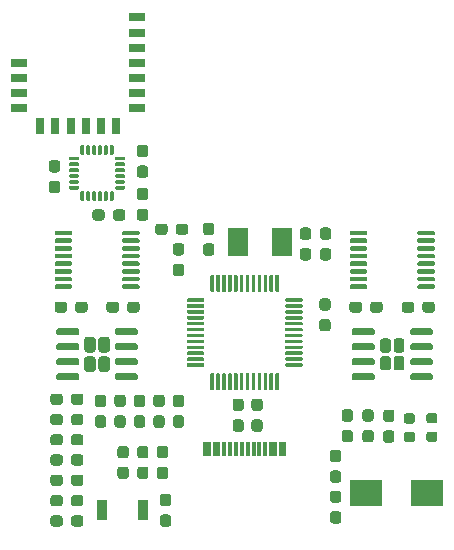
<source format=gbr>
%TF.GenerationSoftware,KiCad,Pcbnew,(5.1.6-0-10_14)*%
%TF.CreationDate,2020-10-29T20:17:36+08:00*%
%TF.ProjectId,QuadoFly,51756164-6f46-46c7-992e-6b696361645f,rev?*%
%TF.SameCoordinates,Original*%
%TF.FileFunction,Paste,Top*%
%TF.FilePolarity,Positive*%
%FSLAX46Y46*%
G04 Gerber Fmt 4.6, Leading zero omitted, Abs format (unit mm)*
G04 Created by KiCad (PCBNEW (5.1.6-0-10_14)) date 2020-10-29 20:17:36*
%MOMM*%
%LPD*%
G01*
G04 APERTURE LIST*
%ADD10R,1.700000X2.400000*%
%ADD11R,1.400000X0.700000*%
%ADD12R,0.700000X1.400000*%
%ADD13R,0.900000X1.700000*%
%ADD14R,2.700000X2.200000*%
%ADD15R,0.300000X1.150000*%
G04 APERTURE END LIST*
D10*
%TO.C,Y1*%
X119444666Y-119950000D03*
X123144666Y-119950000D03*
%TD*%
D11*
%TO.C,U7*%
X100900000Y-108650000D03*
X100900000Y-107370000D03*
X100900000Y-106090000D03*
D12*
X109100000Y-110150000D03*
X107820000Y-110150000D03*
X106540000Y-110150000D03*
X105260000Y-110150000D03*
X103980000Y-110150000D03*
D11*
X110900000Y-108650000D03*
X110900000Y-107370000D03*
X110900000Y-106090000D03*
X110900000Y-104810000D03*
X110900000Y-103530000D03*
X110900000Y-102250000D03*
D12*
X102700000Y-110150000D03*
D11*
X100900000Y-104810000D03*
X110900000Y-100970000D03*
%TD*%
%TO.C,U6*%
G36*
G01*
X109025000Y-112975000D02*
X109025000Y-112825000D01*
G75*
G02*
X109100000Y-112750000I75000J0D01*
G01*
X109800000Y-112750000D01*
G75*
G02*
X109875000Y-112825000I0J-75000D01*
G01*
X109875000Y-112975000D01*
G75*
G02*
X109800000Y-113050000I-75000J0D01*
G01*
X109100000Y-113050000D01*
G75*
G02*
X109025000Y-112975000I0J75000D01*
G01*
G37*
G36*
G01*
X109025000Y-113475000D02*
X109025000Y-113325000D01*
G75*
G02*
X109100000Y-113250000I75000J0D01*
G01*
X109800000Y-113250000D01*
G75*
G02*
X109875000Y-113325000I0J-75000D01*
G01*
X109875000Y-113475000D01*
G75*
G02*
X109800000Y-113550000I-75000J0D01*
G01*
X109100000Y-113550000D01*
G75*
G02*
X109025000Y-113475000I0J75000D01*
G01*
G37*
G36*
G01*
X109025000Y-113975000D02*
X109025000Y-113825000D01*
G75*
G02*
X109100000Y-113750000I75000J0D01*
G01*
X109800000Y-113750000D01*
G75*
G02*
X109875000Y-113825000I0J-75000D01*
G01*
X109875000Y-113975000D01*
G75*
G02*
X109800000Y-114050000I-75000J0D01*
G01*
X109100000Y-114050000D01*
G75*
G02*
X109025000Y-113975000I0J75000D01*
G01*
G37*
G36*
G01*
X109025000Y-114475000D02*
X109025000Y-114325000D01*
G75*
G02*
X109100000Y-114250000I75000J0D01*
G01*
X109800000Y-114250000D01*
G75*
G02*
X109875000Y-114325000I0J-75000D01*
G01*
X109875000Y-114475000D01*
G75*
G02*
X109800000Y-114550000I-75000J0D01*
G01*
X109100000Y-114550000D01*
G75*
G02*
X109025000Y-114475000I0J75000D01*
G01*
G37*
G36*
G01*
X109025000Y-114975000D02*
X109025000Y-114825000D01*
G75*
G02*
X109100000Y-114750000I75000J0D01*
G01*
X109800000Y-114750000D01*
G75*
G02*
X109875000Y-114825000I0J-75000D01*
G01*
X109875000Y-114975000D01*
G75*
G02*
X109800000Y-115050000I-75000J0D01*
G01*
X109100000Y-115050000D01*
G75*
G02*
X109025000Y-114975000I0J75000D01*
G01*
G37*
G36*
G01*
X109025000Y-115475000D02*
X109025000Y-115325000D01*
G75*
G02*
X109100000Y-115250000I75000J0D01*
G01*
X109800000Y-115250000D01*
G75*
G02*
X109875000Y-115325000I0J-75000D01*
G01*
X109875000Y-115475000D01*
G75*
G02*
X109800000Y-115550000I-75000J0D01*
G01*
X109100000Y-115550000D01*
G75*
G02*
X109025000Y-115475000I0J75000D01*
G01*
G37*
G36*
G01*
X108675000Y-115675000D02*
X108825000Y-115675000D01*
G75*
G02*
X108900000Y-115750000I0J-75000D01*
G01*
X108900000Y-116450000D01*
G75*
G02*
X108825000Y-116525000I-75000J0D01*
G01*
X108675000Y-116525000D01*
G75*
G02*
X108600000Y-116450000I0J75000D01*
G01*
X108600000Y-115750000D01*
G75*
G02*
X108675000Y-115675000I75000J0D01*
G01*
G37*
G36*
G01*
X108175000Y-115675000D02*
X108325000Y-115675000D01*
G75*
G02*
X108400000Y-115750000I0J-75000D01*
G01*
X108400000Y-116450000D01*
G75*
G02*
X108325000Y-116525000I-75000J0D01*
G01*
X108175000Y-116525000D01*
G75*
G02*
X108100000Y-116450000I0J75000D01*
G01*
X108100000Y-115750000D01*
G75*
G02*
X108175000Y-115675000I75000J0D01*
G01*
G37*
G36*
G01*
X107675000Y-115675000D02*
X107825000Y-115675000D01*
G75*
G02*
X107900000Y-115750000I0J-75000D01*
G01*
X107900000Y-116450000D01*
G75*
G02*
X107825000Y-116525000I-75000J0D01*
G01*
X107675000Y-116525000D01*
G75*
G02*
X107600000Y-116450000I0J75000D01*
G01*
X107600000Y-115750000D01*
G75*
G02*
X107675000Y-115675000I75000J0D01*
G01*
G37*
G36*
G01*
X107175000Y-115675000D02*
X107325000Y-115675000D01*
G75*
G02*
X107400000Y-115750000I0J-75000D01*
G01*
X107400000Y-116450000D01*
G75*
G02*
X107325000Y-116525000I-75000J0D01*
G01*
X107175000Y-116525000D01*
G75*
G02*
X107100000Y-116450000I0J75000D01*
G01*
X107100000Y-115750000D01*
G75*
G02*
X107175000Y-115675000I75000J0D01*
G01*
G37*
G36*
G01*
X106675000Y-115675000D02*
X106825000Y-115675000D01*
G75*
G02*
X106900000Y-115750000I0J-75000D01*
G01*
X106900000Y-116450000D01*
G75*
G02*
X106825000Y-116525000I-75000J0D01*
G01*
X106675000Y-116525000D01*
G75*
G02*
X106600000Y-116450000I0J75000D01*
G01*
X106600000Y-115750000D01*
G75*
G02*
X106675000Y-115675000I75000J0D01*
G01*
G37*
G36*
G01*
X106175000Y-115675000D02*
X106325000Y-115675000D01*
G75*
G02*
X106400000Y-115750000I0J-75000D01*
G01*
X106400000Y-116450000D01*
G75*
G02*
X106325000Y-116525000I-75000J0D01*
G01*
X106175000Y-116525000D01*
G75*
G02*
X106100000Y-116450000I0J75000D01*
G01*
X106100000Y-115750000D01*
G75*
G02*
X106175000Y-115675000I75000J0D01*
G01*
G37*
G36*
G01*
X105125000Y-115475000D02*
X105125000Y-115325000D01*
G75*
G02*
X105200000Y-115250000I75000J0D01*
G01*
X105900000Y-115250000D01*
G75*
G02*
X105975000Y-115325000I0J-75000D01*
G01*
X105975000Y-115475000D01*
G75*
G02*
X105900000Y-115550000I-75000J0D01*
G01*
X105200000Y-115550000D01*
G75*
G02*
X105125000Y-115475000I0J75000D01*
G01*
G37*
G36*
G01*
X105125000Y-114975000D02*
X105125000Y-114825000D01*
G75*
G02*
X105200000Y-114750000I75000J0D01*
G01*
X105900000Y-114750000D01*
G75*
G02*
X105975000Y-114825000I0J-75000D01*
G01*
X105975000Y-114975000D01*
G75*
G02*
X105900000Y-115050000I-75000J0D01*
G01*
X105200000Y-115050000D01*
G75*
G02*
X105125000Y-114975000I0J75000D01*
G01*
G37*
G36*
G01*
X105125000Y-114475000D02*
X105125000Y-114325000D01*
G75*
G02*
X105200000Y-114250000I75000J0D01*
G01*
X105900000Y-114250000D01*
G75*
G02*
X105975000Y-114325000I0J-75000D01*
G01*
X105975000Y-114475000D01*
G75*
G02*
X105900000Y-114550000I-75000J0D01*
G01*
X105200000Y-114550000D01*
G75*
G02*
X105125000Y-114475000I0J75000D01*
G01*
G37*
G36*
G01*
X105125000Y-113975000D02*
X105125000Y-113825000D01*
G75*
G02*
X105200000Y-113750000I75000J0D01*
G01*
X105900000Y-113750000D01*
G75*
G02*
X105975000Y-113825000I0J-75000D01*
G01*
X105975000Y-113975000D01*
G75*
G02*
X105900000Y-114050000I-75000J0D01*
G01*
X105200000Y-114050000D01*
G75*
G02*
X105125000Y-113975000I0J75000D01*
G01*
G37*
G36*
G01*
X105125000Y-113475000D02*
X105125000Y-113325000D01*
G75*
G02*
X105200000Y-113250000I75000J0D01*
G01*
X105900000Y-113250000D01*
G75*
G02*
X105975000Y-113325000I0J-75000D01*
G01*
X105975000Y-113475000D01*
G75*
G02*
X105900000Y-113550000I-75000J0D01*
G01*
X105200000Y-113550000D01*
G75*
G02*
X105125000Y-113475000I0J75000D01*
G01*
G37*
G36*
G01*
X105125000Y-112975000D02*
X105125000Y-112825000D01*
G75*
G02*
X105200000Y-112750000I75000J0D01*
G01*
X105900000Y-112750000D01*
G75*
G02*
X105975000Y-112825000I0J-75000D01*
G01*
X105975000Y-112975000D01*
G75*
G02*
X105900000Y-113050000I-75000J0D01*
G01*
X105200000Y-113050000D01*
G75*
G02*
X105125000Y-112975000I0J75000D01*
G01*
G37*
G36*
G01*
X106175000Y-111775000D02*
X106325000Y-111775000D01*
G75*
G02*
X106400000Y-111850000I0J-75000D01*
G01*
X106400000Y-112550000D01*
G75*
G02*
X106325000Y-112625000I-75000J0D01*
G01*
X106175000Y-112625000D01*
G75*
G02*
X106100000Y-112550000I0J75000D01*
G01*
X106100000Y-111850000D01*
G75*
G02*
X106175000Y-111775000I75000J0D01*
G01*
G37*
G36*
G01*
X106675000Y-111775000D02*
X106825000Y-111775000D01*
G75*
G02*
X106900000Y-111850000I0J-75000D01*
G01*
X106900000Y-112550000D01*
G75*
G02*
X106825000Y-112625000I-75000J0D01*
G01*
X106675000Y-112625000D01*
G75*
G02*
X106600000Y-112550000I0J75000D01*
G01*
X106600000Y-111850000D01*
G75*
G02*
X106675000Y-111775000I75000J0D01*
G01*
G37*
G36*
G01*
X107175000Y-111775000D02*
X107325000Y-111775000D01*
G75*
G02*
X107400000Y-111850000I0J-75000D01*
G01*
X107400000Y-112550000D01*
G75*
G02*
X107325000Y-112625000I-75000J0D01*
G01*
X107175000Y-112625000D01*
G75*
G02*
X107100000Y-112550000I0J75000D01*
G01*
X107100000Y-111850000D01*
G75*
G02*
X107175000Y-111775000I75000J0D01*
G01*
G37*
G36*
G01*
X107675000Y-111775000D02*
X107825000Y-111775000D01*
G75*
G02*
X107900000Y-111850000I0J-75000D01*
G01*
X107900000Y-112550000D01*
G75*
G02*
X107825000Y-112625000I-75000J0D01*
G01*
X107675000Y-112625000D01*
G75*
G02*
X107600000Y-112550000I0J75000D01*
G01*
X107600000Y-111850000D01*
G75*
G02*
X107675000Y-111775000I75000J0D01*
G01*
G37*
G36*
G01*
X108175000Y-111775000D02*
X108325000Y-111775000D01*
G75*
G02*
X108400000Y-111850000I0J-75000D01*
G01*
X108400000Y-112550000D01*
G75*
G02*
X108325000Y-112625000I-75000J0D01*
G01*
X108175000Y-112625000D01*
G75*
G02*
X108100000Y-112550000I0J75000D01*
G01*
X108100000Y-111850000D01*
G75*
G02*
X108175000Y-111775000I75000J0D01*
G01*
G37*
G36*
G01*
X108675000Y-111775000D02*
X108825000Y-111775000D01*
G75*
G02*
X108900000Y-111850000I0J-75000D01*
G01*
X108900000Y-112550000D01*
G75*
G02*
X108825000Y-112625000I-75000J0D01*
G01*
X108675000Y-112625000D01*
G75*
G02*
X108600000Y-112550000I0J75000D01*
G01*
X108600000Y-111850000D01*
G75*
G02*
X108675000Y-111775000I75000J0D01*
G01*
G37*
%TD*%
%TO.C,U5*%
G36*
G01*
X107615000Y-130747500D02*
X107615000Y-129902500D01*
G75*
G02*
X107857500Y-129660000I242500J0D01*
G01*
X108342500Y-129660000D01*
G75*
G02*
X108585000Y-129902500I0J-242500D01*
G01*
X108585000Y-130747500D01*
G75*
G02*
X108342500Y-130990000I-242500J0D01*
G01*
X107857500Y-130990000D01*
G75*
G02*
X107615000Y-130747500I0J242500D01*
G01*
G37*
G36*
G01*
X107615000Y-129097500D02*
X107615000Y-128252500D01*
G75*
G02*
X107857500Y-128010000I242500J0D01*
G01*
X108342500Y-128010000D01*
G75*
G02*
X108585000Y-128252500I0J-242500D01*
G01*
X108585000Y-129097500D01*
G75*
G02*
X108342500Y-129340000I-242500J0D01*
G01*
X107857500Y-129340000D01*
G75*
G02*
X107615000Y-129097500I0J242500D01*
G01*
G37*
G36*
G01*
X106415000Y-130747500D02*
X106415000Y-129902500D01*
G75*
G02*
X106657500Y-129660000I242500J0D01*
G01*
X107142500Y-129660000D01*
G75*
G02*
X107385000Y-129902500I0J-242500D01*
G01*
X107385000Y-130747500D01*
G75*
G02*
X107142500Y-130990000I-242500J0D01*
G01*
X106657500Y-130990000D01*
G75*
G02*
X106415000Y-130747500I0J242500D01*
G01*
G37*
G36*
G01*
X106415000Y-129097500D02*
X106415000Y-128252500D01*
G75*
G02*
X106657500Y-128010000I242500J0D01*
G01*
X107142500Y-128010000D01*
G75*
G02*
X107385000Y-128252500I0J-242500D01*
G01*
X107385000Y-129097500D01*
G75*
G02*
X107142500Y-129340000I-242500J0D01*
G01*
X106657500Y-129340000D01*
G75*
G02*
X106415000Y-129097500I0J242500D01*
G01*
G37*
G36*
G01*
X109000000Y-127745000D02*
X109000000Y-127445000D01*
G75*
G02*
X109150000Y-127295000I150000J0D01*
G01*
X110800000Y-127295000D01*
G75*
G02*
X110950000Y-127445000I0J-150000D01*
G01*
X110950000Y-127745000D01*
G75*
G02*
X110800000Y-127895000I-150000J0D01*
G01*
X109150000Y-127895000D01*
G75*
G02*
X109000000Y-127745000I0J150000D01*
G01*
G37*
G36*
G01*
X109000000Y-129015000D02*
X109000000Y-128715000D01*
G75*
G02*
X109150000Y-128565000I150000J0D01*
G01*
X110800000Y-128565000D01*
G75*
G02*
X110950000Y-128715000I0J-150000D01*
G01*
X110950000Y-129015000D01*
G75*
G02*
X110800000Y-129165000I-150000J0D01*
G01*
X109150000Y-129165000D01*
G75*
G02*
X109000000Y-129015000I0J150000D01*
G01*
G37*
G36*
G01*
X109000000Y-130285000D02*
X109000000Y-129985000D01*
G75*
G02*
X109150000Y-129835000I150000J0D01*
G01*
X110800000Y-129835000D01*
G75*
G02*
X110950000Y-129985000I0J-150000D01*
G01*
X110950000Y-130285000D01*
G75*
G02*
X110800000Y-130435000I-150000J0D01*
G01*
X109150000Y-130435000D01*
G75*
G02*
X109000000Y-130285000I0J150000D01*
G01*
G37*
G36*
G01*
X109000000Y-131555000D02*
X109000000Y-131255000D01*
G75*
G02*
X109150000Y-131105000I150000J0D01*
G01*
X110800000Y-131105000D01*
G75*
G02*
X110950000Y-131255000I0J-150000D01*
G01*
X110950000Y-131555000D01*
G75*
G02*
X110800000Y-131705000I-150000J0D01*
G01*
X109150000Y-131705000D01*
G75*
G02*
X109000000Y-131555000I0J150000D01*
G01*
G37*
G36*
G01*
X104050000Y-131555000D02*
X104050000Y-131255000D01*
G75*
G02*
X104200000Y-131105000I150000J0D01*
G01*
X105850000Y-131105000D01*
G75*
G02*
X106000000Y-131255000I0J-150000D01*
G01*
X106000000Y-131555000D01*
G75*
G02*
X105850000Y-131705000I-150000J0D01*
G01*
X104200000Y-131705000D01*
G75*
G02*
X104050000Y-131555000I0J150000D01*
G01*
G37*
G36*
G01*
X104050000Y-130285000D02*
X104050000Y-129985000D01*
G75*
G02*
X104200000Y-129835000I150000J0D01*
G01*
X105850000Y-129835000D01*
G75*
G02*
X106000000Y-129985000I0J-150000D01*
G01*
X106000000Y-130285000D01*
G75*
G02*
X105850000Y-130435000I-150000J0D01*
G01*
X104200000Y-130435000D01*
G75*
G02*
X104050000Y-130285000I0J150000D01*
G01*
G37*
G36*
G01*
X104050000Y-129015000D02*
X104050000Y-128715000D01*
G75*
G02*
X104200000Y-128565000I150000J0D01*
G01*
X105850000Y-128565000D01*
G75*
G02*
X106000000Y-128715000I0J-150000D01*
G01*
X106000000Y-129015000D01*
G75*
G02*
X105850000Y-129165000I-150000J0D01*
G01*
X104200000Y-129165000D01*
G75*
G02*
X104050000Y-129015000I0J150000D01*
G01*
G37*
G36*
G01*
X104050000Y-127745000D02*
X104050000Y-127445000D01*
G75*
G02*
X104200000Y-127295000I150000J0D01*
G01*
X105850000Y-127295000D01*
G75*
G02*
X106000000Y-127445000I0J-150000D01*
G01*
X106000000Y-127745000D01*
G75*
G02*
X105850000Y-127895000I-150000J0D01*
G01*
X104200000Y-127895000D01*
G75*
G02*
X104050000Y-127745000I0J150000D01*
G01*
G37*
%TD*%
%TO.C,U4*%
G36*
G01*
X123500000Y-124750000D02*
X124825000Y-124750000D01*
G75*
G02*
X124900000Y-124825000I0J-75000D01*
G01*
X124900000Y-124975000D01*
G75*
G02*
X124825000Y-125050000I-75000J0D01*
G01*
X123500000Y-125050000D01*
G75*
G02*
X123425000Y-124975000I0J75000D01*
G01*
X123425000Y-124825000D01*
G75*
G02*
X123500000Y-124750000I75000J0D01*
G01*
G37*
G36*
G01*
X123500000Y-125250000D02*
X124825000Y-125250000D01*
G75*
G02*
X124900000Y-125325000I0J-75000D01*
G01*
X124900000Y-125475000D01*
G75*
G02*
X124825000Y-125550000I-75000J0D01*
G01*
X123500000Y-125550000D01*
G75*
G02*
X123425000Y-125475000I0J75000D01*
G01*
X123425000Y-125325000D01*
G75*
G02*
X123500000Y-125250000I75000J0D01*
G01*
G37*
G36*
G01*
X123500000Y-125750000D02*
X124825000Y-125750000D01*
G75*
G02*
X124900000Y-125825000I0J-75000D01*
G01*
X124900000Y-125975000D01*
G75*
G02*
X124825000Y-126050000I-75000J0D01*
G01*
X123500000Y-126050000D01*
G75*
G02*
X123425000Y-125975000I0J75000D01*
G01*
X123425000Y-125825000D01*
G75*
G02*
X123500000Y-125750000I75000J0D01*
G01*
G37*
G36*
G01*
X123500000Y-126250000D02*
X124825000Y-126250000D01*
G75*
G02*
X124900000Y-126325000I0J-75000D01*
G01*
X124900000Y-126475000D01*
G75*
G02*
X124825000Y-126550000I-75000J0D01*
G01*
X123500000Y-126550000D01*
G75*
G02*
X123425000Y-126475000I0J75000D01*
G01*
X123425000Y-126325000D01*
G75*
G02*
X123500000Y-126250000I75000J0D01*
G01*
G37*
G36*
G01*
X123500000Y-126750000D02*
X124825000Y-126750000D01*
G75*
G02*
X124900000Y-126825000I0J-75000D01*
G01*
X124900000Y-126975000D01*
G75*
G02*
X124825000Y-127050000I-75000J0D01*
G01*
X123500000Y-127050000D01*
G75*
G02*
X123425000Y-126975000I0J75000D01*
G01*
X123425000Y-126825000D01*
G75*
G02*
X123500000Y-126750000I75000J0D01*
G01*
G37*
G36*
G01*
X123500000Y-127250000D02*
X124825000Y-127250000D01*
G75*
G02*
X124900000Y-127325000I0J-75000D01*
G01*
X124900000Y-127475000D01*
G75*
G02*
X124825000Y-127550000I-75000J0D01*
G01*
X123500000Y-127550000D01*
G75*
G02*
X123425000Y-127475000I0J75000D01*
G01*
X123425000Y-127325000D01*
G75*
G02*
X123500000Y-127250000I75000J0D01*
G01*
G37*
G36*
G01*
X123500000Y-127750000D02*
X124825000Y-127750000D01*
G75*
G02*
X124900000Y-127825000I0J-75000D01*
G01*
X124900000Y-127975000D01*
G75*
G02*
X124825000Y-128050000I-75000J0D01*
G01*
X123500000Y-128050000D01*
G75*
G02*
X123425000Y-127975000I0J75000D01*
G01*
X123425000Y-127825000D01*
G75*
G02*
X123500000Y-127750000I75000J0D01*
G01*
G37*
G36*
G01*
X123500000Y-128250000D02*
X124825000Y-128250000D01*
G75*
G02*
X124900000Y-128325000I0J-75000D01*
G01*
X124900000Y-128475000D01*
G75*
G02*
X124825000Y-128550000I-75000J0D01*
G01*
X123500000Y-128550000D01*
G75*
G02*
X123425000Y-128475000I0J75000D01*
G01*
X123425000Y-128325000D01*
G75*
G02*
X123500000Y-128250000I75000J0D01*
G01*
G37*
G36*
G01*
X123500000Y-128750000D02*
X124825000Y-128750000D01*
G75*
G02*
X124900000Y-128825000I0J-75000D01*
G01*
X124900000Y-128975000D01*
G75*
G02*
X124825000Y-129050000I-75000J0D01*
G01*
X123500000Y-129050000D01*
G75*
G02*
X123425000Y-128975000I0J75000D01*
G01*
X123425000Y-128825000D01*
G75*
G02*
X123500000Y-128750000I75000J0D01*
G01*
G37*
G36*
G01*
X123500000Y-129250000D02*
X124825000Y-129250000D01*
G75*
G02*
X124900000Y-129325000I0J-75000D01*
G01*
X124900000Y-129475000D01*
G75*
G02*
X124825000Y-129550000I-75000J0D01*
G01*
X123500000Y-129550000D01*
G75*
G02*
X123425000Y-129475000I0J75000D01*
G01*
X123425000Y-129325000D01*
G75*
G02*
X123500000Y-129250000I75000J0D01*
G01*
G37*
G36*
G01*
X123500000Y-129750000D02*
X124825000Y-129750000D01*
G75*
G02*
X124900000Y-129825000I0J-75000D01*
G01*
X124900000Y-129975000D01*
G75*
G02*
X124825000Y-130050000I-75000J0D01*
G01*
X123500000Y-130050000D01*
G75*
G02*
X123425000Y-129975000I0J75000D01*
G01*
X123425000Y-129825000D01*
G75*
G02*
X123500000Y-129750000I75000J0D01*
G01*
G37*
G36*
G01*
X123500000Y-130250000D02*
X124825000Y-130250000D01*
G75*
G02*
X124900000Y-130325000I0J-75000D01*
G01*
X124900000Y-130475000D01*
G75*
G02*
X124825000Y-130550000I-75000J0D01*
G01*
X123500000Y-130550000D01*
G75*
G02*
X123425000Y-130475000I0J75000D01*
G01*
X123425000Y-130325000D01*
G75*
G02*
X123500000Y-130250000I75000J0D01*
G01*
G37*
G36*
G01*
X122675000Y-131075000D02*
X122825000Y-131075000D01*
G75*
G02*
X122900000Y-131150000I0J-75000D01*
G01*
X122900000Y-132475000D01*
G75*
G02*
X122825000Y-132550000I-75000J0D01*
G01*
X122675000Y-132550000D01*
G75*
G02*
X122600000Y-132475000I0J75000D01*
G01*
X122600000Y-131150000D01*
G75*
G02*
X122675000Y-131075000I75000J0D01*
G01*
G37*
G36*
G01*
X122175000Y-131075000D02*
X122325000Y-131075000D01*
G75*
G02*
X122400000Y-131150000I0J-75000D01*
G01*
X122400000Y-132475000D01*
G75*
G02*
X122325000Y-132550000I-75000J0D01*
G01*
X122175000Y-132550000D01*
G75*
G02*
X122100000Y-132475000I0J75000D01*
G01*
X122100000Y-131150000D01*
G75*
G02*
X122175000Y-131075000I75000J0D01*
G01*
G37*
G36*
G01*
X121675000Y-131075000D02*
X121825000Y-131075000D01*
G75*
G02*
X121900000Y-131150000I0J-75000D01*
G01*
X121900000Y-132475000D01*
G75*
G02*
X121825000Y-132550000I-75000J0D01*
G01*
X121675000Y-132550000D01*
G75*
G02*
X121600000Y-132475000I0J75000D01*
G01*
X121600000Y-131150000D01*
G75*
G02*
X121675000Y-131075000I75000J0D01*
G01*
G37*
G36*
G01*
X121175000Y-131075000D02*
X121325000Y-131075000D01*
G75*
G02*
X121400000Y-131150000I0J-75000D01*
G01*
X121400000Y-132475000D01*
G75*
G02*
X121325000Y-132550000I-75000J0D01*
G01*
X121175000Y-132550000D01*
G75*
G02*
X121100000Y-132475000I0J75000D01*
G01*
X121100000Y-131150000D01*
G75*
G02*
X121175000Y-131075000I75000J0D01*
G01*
G37*
G36*
G01*
X120675000Y-131075000D02*
X120825000Y-131075000D01*
G75*
G02*
X120900000Y-131150000I0J-75000D01*
G01*
X120900000Y-132475000D01*
G75*
G02*
X120825000Y-132550000I-75000J0D01*
G01*
X120675000Y-132550000D01*
G75*
G02*
X120600000Y-132475000I0J75000D01*
G01*
X120600000Y-131150000D01*
G75*
G02*
X120675000Y-131075000I75000J0D01*
G01*
G37*
G36*
G01*
X120175000Y-131075000D02*
X120325000Y-131075000D01*
G75*
G02*
X120400000Y-131150000I0J-75000D01*
G01*
X120400000Y-132475000D01*
G75*
G02*
X120325000Y-132550000I-75000J0D01*
G01*
X120175000Y-132550000D01*
G75*
G02*
X120100000Y-132475000I0J75000D01*
G01*
X120100000Y-131150000D01*
G75*
G02*
X120175000Y-131075000I75000J0D01*
G01*
G37*
G36*
G01*
X119675000Y-131075000D02*
X119825000Y-131075000D01*
G75*
G02*
X119900000Y-131150000I0J-75000D01*
G01*
X119900000Y-132475000D01*
G75*
G02*
X119825000Y-132550000I-75000J0D01*
G01*
X119675000Y-132550000D01*
G75*
G02*
X119600000Y-132475000I0J75000D01*
G01*
X119600000Y-131150000D01*
G75*
G02*
X119675000Y-131075000I75000J0D01*
G01*
G37*
G36*
G01*
X119175000Y-131075000D02*
X119325000Y-131075000D01*
G75*
G02*
X119400000Y-131150000I0J-75000D01*
G01*
X119400000Y-132475000D01*
G75*
G02*
X119325000Y-132550000I-75000J0D01*
G01*
X119175000Y-132550000D01*
G75*
G02*
X119100000Y-132475000I0J75000D01*
G01*
X119100000Y-131150000D01*
G75*
G02*
X119175000Y-131075000I75000J0D01*
G01*
G37*
G36*
G01*
X118675000Y-131075000D02*
X118825000Y-131075000D01*
G75*
G02*
X118900000Y-131150000I0J-75000D01*
G01*
X118900000Y-132475000D01*
G75*
G02*
X118825000Y-132550000I-75000J0D01*
G01*
X118675000Y-132550000D01*
G75*
G02*
X118600000Y-132475000I0J75000D01*
G01*
X118600000Y-131150000D01*
G75*
G02*
X118675000Y-131075000I75000J0D01*
G01*
G37*
G36*
G01*
X118175000Y-131075000D02*
X118325000Y-131075000D01*
G75*
G02*
X118400000Y-131150000I0J-75000D01*
G01*
X118400000Y-132475000D01*
G75*
G02*
X118325000Y-132550000I-75000J0D01*
G01*
X118175000Y-132550000D01*
G75*
G02*
X118100000Y-132475000I0J75000D01*
G01*
X118100000Y-131150000D01*
G75*
G02*
X118175000Y-131075000I75000J0D01*
G01*
G37*
G36*
G01*
X117675000Y-131075000D02*
X117825000Y-131075000D01*
G75*
G02*
X117900000Y-131150000I0J-75000D01*
G01*
X117900000Y-132475000D01*
G75*
G02*
X117825000Y-132550000I-75000J0D01*
G01*
X117675000Y-132550000D01*
G75*
G02*
X117600000Y-132475000I0J75000D01*
G01*
X117600000Y-131150000D01*
G75*
G02*
X117675000Y-131075000I75000J0D01*
G01*
G37*
G36*
G01*
X117175000Y-131075000D02*
X117325000Y-131075000D01*
G75*
G02*
X117400000Y-131150000I0J-75000D01*
G01*
X117400000Y-132475000D01*
G75*
G02*
X117325000Y-132550000I-75000J0D01*
G01*
X117175000Y-132550000D01*
G75*
G02*
X117100000Y-132475000I0J75000D01*
G01*
X117100000Y-131150000D01*
G75*
G02*
X117175000Y-131075000I75000J0D01*
G01*
G37*
G36*
G01*
X115175000Y-130250000D02*
X116500000Y-130250000D01*
G75*
G02*
X116575000Y-130325000I0J-75000D01*
G01*
X116575000Y-130475000D01*
G75*
G02*
X116500000Y-130550000I-75000J0D01*
G01*
X115175000Y-130550000D01*
G75*
G02*
X115100000Y-130475000I0J75000D01*
G01*
X115100000Y-130325000D01*
G75*
G02*
X115175000Y-130250000I75000J0D01*
G01*
G37*
G36*
G01*
X115175000Y-129750000D02*
X116500000Y-129750000D01*
G75*
G02*
X116575000Y-129825000I0J-75000D01*
G01*
X116575000Y-129975000D01*
G75*
G02*
X116500000Y-130050000I-75000J0D01*
G01*
X115175000Y-130050000D01*
G75*
G02*
X115100000Y-129975000I0J75000D01*
G01*
X115100000Y-129825000D01*
G75*
G02*
X115175000Y-129750000I75000J0D01*
G01*
G37*
G36*
G01*
X115175000Y-129250000D02*
X116500000Y-129250000D01*
G75*
G02*
X116575000Y-129325000I0J-75000D01*
G01*
X116575000Y-129475000D01*
G75*
G02*
X116500000Y-129550000I-75000J0D01*
G01*
X115175000Y-129550000D01*
G75*
G02*
X115100000Y-129475000I0J75000D01*
G01*
X115100000Y-129325000D01*
G75*
G02*
X115175000Y-129250000I75000J0D01*
G01*
G37*
G36*
G01*
X115175000Y-128750000D02*
X116500000Y-128750000D01*
G75*
G02*
X116575000Y-128825000I0J-75000D01*
G01*
X116575000Y-128975000D01*
G75*
G02*
X116500000Y-129050000I-75000J0D01*
G01*
X115175000Y-129050000D01*
G75*
G02*
X115100000Y-128975000I0J75000D01*
G01*
X115100000Y-128825000D01*
G75*
G02*
X115175000Y-128750000I75000J0D01*
G01*
G37*
G36*
G01*
X115175000Y-128250000D02*
X116500000Y-128250000D01*
G75*
G02*
X116575000Y-128325000I0J-75000D01*
G01*
X116575000Y-128475000D01*
G75*
G02*
X116500000Y-128550000I-75000J0D01*
G01*
X115175000Y-128550000D01*
G75*
G02*
X115100000Y-128475000I0J75000D01*
G01*
X115100000Y-128325000D01*
G75*
G02*
X115175000Y-128250000I75000J0D01*
G01*
G37*
G36*
G01*
X115175000Y-127750000D02*
X116500000Y-127750000D01*
G75*
G02*
X116575000Y-127825000I0J-75000D01*
G01*
X116575000Y-127975000D01*
G75*
G02*
X116500000Y-128050000I-75000J0D01*
G01*
X115175000Y-128050000D01*
G75*
G02*
X115100000Y-127975000I0J75000D01*
G01*
X115100000Y-127825000D01*
G75*
G02*
X115175000Y-127750000I75000J0D01*
G01*
G37*
G36*
G01*
X115175000Y-127250000D02*
X116500000Y-127250000D01*
G75*
G02*
X116575000Y-127325000I0J-75000D01*
G01*
X116575000Y-127475000D01*
G75*
G02*
X116500000Y-127550000I-75000J0D01*
G01*
X115175000Y-127550000D01*
G75*
G02*
X115100000Y-127475000I0J75000D01*
G01*
X115100000Y-127325000D01*
G75*
G02*
X115175000Y-127250000I75000J0D01*
G01*
G37*
G36*
G01*
X115175000Y-126750000D02*
X116500000Y-126750000D01*
G75*
G02*
X116575000Y-126825000I0J-75000D01*
G01*
X116575000Y-126975000D01*
G75*
G02*
X116500000Y-127050000I-75000J0D01*
G01*
X115175000Y-127050000D01*
G75*
G02*
X115100000Y-126975000I0J75000D01*
G01*
X115100000Y-126825000D01*
G75*
G02*
X115175000Y-126750000I75000J0D01*
G01*
G37*
G36*
G01*
X115175000Y-126250000D02*
X116500000Y-126250000D01*
G75*
G02*
X116575000Y-126325000I0J-75000D01*
G01*
X116575000Y-126475000D01*
G75*
G02*
X116500000Y-126550000I-75000J0D01*
G01*
X115175000Y-126550000D01*
G75*
G02*
X115100000Y-126475000I0J75000D01*
G01*
X115100000Y-126325000D01*
G75*
G02*
X115175000Y-126250000I75000J0D01*
G01*
G37*
G36*
G01*
X115175000Y-125750000D02*
X116500000Y-125750000D01*
G75*
G02*
X116575000Y-125825000I0J-75000D01*
G01*
X116575000Y-125975000D01*
G75*
G02*
X116500000Y-126050000I-75000J0D01*
G01*
X115175000Y-126050000D01*
G75*
G02*
X115100000Y-125975000I0J75000D01*
G01*
X115100000Y-125825000D01*
G75*
G02*
X115175000Y-125750000I75000J0D01*
G01*
G37*
G36*
G01*
X115175000Y-125250000D02*
X116500000Y-125250000D01*
G75*
G02*
X116575000Y-125325000I0J-75000D01*
G01*
X116575000Y-125475000D01*
G75*
G02*
X116500000Y-125550000I-75000J0D01*
G01*
X115175000Y-125550000D01*
G75*
G02*
X115100000Y-125475000I0J75000D01*
G01*
X115100000Y-125325000D01*
G75*
G02*
X115175000Y-125250000I75000J0D01*
G01*
G37*
G36*
G01*
X115175000Y-124750000D02*
X116500000Y-124750000D01*
G75*
G02*
X116575000Y-124825000I0J-75000D01*
G01*
X116575000Y-124975000D01*
G75*
G02*
X116500000Y-125050000I-75000J0D01*
G01*
X115175000Y-125050000D01*
G75*
G02*
X115100000Y-124975000I0J75000D01*
G01*
X115100000Y-124825000D01*
G75*
G02*
X115175000Y-124750000I75000J0D01*
G01*
G37*
G36*
G01*
X117175000Y-122750000D02*
X117325000Y-122750000D01*
G75*
G02*
X117400000Y-122825000I0J-75000D01*
G01*
X117400000Y-124150000D01*
G75*
G02*
X117325000Y-124225000I-75000J0D01*
G01*
X117175000Y-124225000D01*
G75*
G02*
X117100000Y-124150000I0J75000D01*
G01*
X117100000Y-122825000D01*
G75*
G02*
X117175000Y-122750000I75000J0D01*
G01*
G37*
G36*
G01*
X117675000Y-122750000D02*
X117825000Y-122750000D01*
G75*
G02*
X117900000Y-122825000I0J-75000D01*
G01*
X117900000Y-124150000D01*
G75*
G02*
X117825000Y-124225000I-75000J0D01*
G01*
X117675000Y-124225000D01*
G75*
G02*
X117600000Y-124150000I0J75000D01*
G01*
X117600000Y-122825000D01*
G75*
G02*
X117675000Y-122750000I75000J0D01*
G01*
G37*
G36*
G01*
X118175000Y-122750000D02*
X118325000Y-122750000D01*
G75*
G02*
X118400000Y-122825000I0J-75000D01*
G01*
X118400000Y-124150000D01*
G75*
G02*
X118325000Y-124225000I-75000J0D01*
G01*
X118175000Y-124225000D01*
G75*
G02*
X118100000Y-124150000I0J75000D01*
G01*
X118100000Y-122825000D01*
G75*
G02*
X118175000Y-122750000I75000J0D01*
G01*
G37*
G36*
G01*
X118675000Y-122750000D02*
X118825000Y-122750000D01*
G75*
G02*
X118900000Y-122825000I0J-75000D01*
G01*
X118900000Y-124150000D01*
G75*
G02*
X118825000Y-124225000I-75000J0D01*
G01*
X118675000Y-124225000D01*
G75*
G02*
X118600000Y-124150000I0J75000D01*
G01*
X118600000Y-122825000D01*
G75*
G02*
X118675000Y-122750000I75000J0D01*
G01*
G37*
G36*
G01*
X119175000Y-122750000D02*
X119325000Y-122750000D01*
G75*
G02*
X119400000Y-122825000I0J-75000D01*
G01*
X119400000Y-124150000D01*
G75*
G02*
X119325000Y-124225000I-75000J0D01*
G01*
X119175000Y-124225000D01*
G75*
G02*
X119100000Y-124150000I0J75000D01*
G01*
X119100000Y-122825000D01*
G75*
G02*
X119175000Y-122750000I75000J0D01*
G01*
G37*
G36*
G01*
X119675000Y-122750000D02*
X119825000Y-122750000D01*
G75*
G02*
X119900000Y-122825000I0J-75000D01*
G01*
X119900000Y-124150000D01*
G75*
G02*
X119825000Y-124225000I-75000J0D01*
G01*
X119675000Y-124225000D01*
G75*
G02*
X119600000Y-124150000I0J75000D01*
G01*
X119600000Y-122825000D01*
G75*
G02*
X119675000Y-122750000I75000J0D01*
G01*
G37*
G36*
G01*
X120175000Y-122750000D02*
X120325000Y-122750000D01*
G75*
G02*
X120400000Y-122825000I0J-75000D01*
G01*
X120400000Y-124150000D01*
G75*
G02*
X120325000Y-124225000I-75000J0D01*
G01*
X120175000Y-124225000D01*
G75*
G02*
X120100000Y-124150000I0J75000D01*
G01*
X120100000Y-122825000D01*
G75*
G02*
X120175000Y-122750000I75000J0D01*
G01*
G37*
G36*
G01*
X120675000Y-122750000D02*
X120825000Y-122750000D01*
G75*
G02*
X120900000Y-122825000I0J-75000D01*
G01*
X120900000Y-124150000D01*
G75*
G02*
X120825000Y-124225000I-75000J0D01*
G01*
X120675000Y-124225000D01*
G75*
G02*
X120600000Y-124150000I0J75000D01*
G01*
X120600000Y-122825000D01*
G75*
G02*
X120675000Y-122750000I75000J0D01*
G01*
G37*
G36*
G01*
X121175000Y-122750000D02*
X121325000Y-122750000D01*
G75*
G02*
X121400000Y-122825000I0J-75000D01*
G01*
X121400000Y-124150000D01*
G75*
G02*
X121325000Y-124225000I-75000J0D01*
G01*
X121175000Y-124225000D01*
G75*
G02*
X121100000Y-124150000I0J75000D01*
G01*
X121100000Y-122825000D01*
G75*
G02*
X121175000Y-122750000I75000J0D01*
G01*
G37*
G36*
G01*
X121675000Y-122750000D02*
X121825000Y-122750000D01*
G75*
G02*
X121900000Y-122825000I0J-75000D01*
G01*
X121900000Y-124150000D01*
G75*
G02*
X121825000Y-124225000I-75000J0D01*
G01*
X121675000Y-124225000D01*
G75*
G02*
X121600000Y-124150000I0J75000D01*
G01*
X121600000Y-122825000D01*
G75*
G02*
X121675000Y-122750000I75000J0D01*
G01*
G37*
G36*
G01*
X122175000Y-122750000D02*
X122325000Y-122750000D01*
G75*
G02*
X122400000Y-122825000I0J-75000D01*
G01*
X122400000Y-124150000D01*
G75*
G02*
X122325000Y-124225000I-75000J0D01*
G01*
X122175000Y-124225000D01*
G75*
G02*
X122100000Y-124150000I0J75000D01*
G01*
X122100000Y-122825000D01*
G75*
G02*
X122175000Y-122750000I75000J0D01*
G01*
G37*
G36*
G01*
X122675000Y-122750000D02*
X122825000Y-122750000D01*
G75*
G02*
X122900000Y-122825000I0J-75000D01*
G01*
X122900000Y-124150000D01*
G75*
G02*
X122825000Y-124225000I-75000J0D01*
G01*
X122675000Y-124225000D01*
G75*
G02*
X122600000Y-124150000I0J75000D01*
G01*
X122600000Y-122825000D01*
G75*
G02*
X122675000Y-122750000I75000J0D01*
G01*
G37*
%TD*%
%TO.C,U3*%
G36*
G01*
X130375000Y-123675000D02*
X130375000Y-123875000D01*
G75*
G02*
X130275000Y-123975000I-100000J0D01*
G01*
X129000000Y-123975000D01*
G75*
G02*
X128900000Y-123875000I0J100000D01*
G01*
X128900000Y-123675000D01*
G75*
G02*
X129000000Y-123575000I100000J0D01*
G01*
X130275000Y-123575000D01*
G75*
G02*
X130375000Y-123675000I0J-100000D01*
G01*
G37*
G36*
G01*
X130375000Y-123025000D02*
X130375000Y-123225000D01*
G75*
G02*
X130275000Y-123325000I-100000J0D01*
G01*
X129000000Y-123325000D01*
G75*
G02*
X128900000Y-123225000I0J100000D01*
G01*
X128900000Y-123025000D01*
G75*
G02*
X129000000Y-122925000I100000J0D01*
G01*
X130275000Y-122925000D01*
G75*
G02*
X130375000Y-123025000I0J-100000D01*
G01*
G37*
G36*
G01*
X130375000Y-122375000D02*
X130375000Y-122575000D01*
G75*
G02*
X130275000Y-122675000I-100000J0D01*
G01*
X129000000Y-122675000D01*
G75*
G02*
X128900000Y-122575000I0J100000D01*
G01*
X128900000Y-122375000D01*
G75*
G02*
X129000000Y-122275000I100000J0D01*
G01*
X130275000Y-122275000D01*
G75*
G02*
X130375000Y-122375000I0J-100000D01*
G01*
G37*
G36*
G01*
X130375000Y-121725000D02*
X130375000Y-121925000D01*
G75*
G02*
X130275000Y-122025000I-100000J0D01*
G01*
X129000000Y-122025000D01*
G75*
G02*
X128900000Y-121925000I0J100000D01*
G01*
X128900000Y-121725000D01*
G75*
G02*
X129000000Y-121625000I100000J0D01*
G01*
X130275000Y-121625000D01*
G75*
G02*
X130375000Y-121725000I0J-100000D01*
G01*
G37*
G36*
G01*
X130375000Y-121075000D02*
X130375000Y-121275000D01*
G75*
G02*
X130275000Y-121375000I-100000J0D01*
G01*
X129000000Y-121375000D01*
G75*
G02*
X128900000Y-121275000I0J100000D01*
G01*
X128900000Y-121075000D01*
G75*
G02*
X129000000Y-120975000I100000J0D01*
G01*
X130275000Y-120975000D01*
G75*
G02*
X130375000Y-121075000I0J-100000D01*
G01*
G37*
G36*
G01*
X130375000Y-120425000D02*
X130375000Y-120625000D01*
G75*
G02*
X130275000Y-120725000I-100000J0D01*
G01*
X129000000Y-120725000D01*
G75*
G02*
X128900000Y-120625000I0J100000D01*
G01*
X128900000Y-120425000D01*
G75*
G02*
X129000000Y-120325000I100000J0D01*
G01*
X130275000Y-120325000D01*
G75*
G02*
X130375000Y-120425000I0J-100000D01*
G01*
G37*
G36*
G01*
X130375000Y-119775000D02*
X130375000Y-119975000D01*
G75*
G02*
X130275000Y-120075000I-100000J0D01*
G01*
X129000000Y-120075000D01*
G75*
G02*
X128900000Y-119975000I0J100000D01*
G01*
X128900000Y-119775000D01*
G75*
G02*
X129000000Y-119675000I100000J0D01*
G01*
X130275000Y-119675000D01*
G75*
G02*
X130375000Y-119775000I0J-100000D01*
G01*
G37*
G36*
G01*
X130375000Y-119125000D02*
X130375000Y-119325000D01*
G75*
G02*
X130275000Y-119425000I-100000J0D01*
G01*
X129000000Y-119425000D01*
G75*
G02*
X128900000Y-119325000I0J100000D01*
G01*
X128900000Y-119125000D01*
G75*
G02*
X129000000Y-119025000I100000J0D01*
G01*
X130275000Y-119025000D01*
G75*
G02*
X130375000Y-119125000I0J-100000D01*
G01*
G37*
G36*
G01*
X136100000Y-119125000D02*
X136100000Y-119325000D01*
G75*
G02*
X136000000Y-119425000I-100000J0D01*
G01*
X134725000Y-119425000D01*
G75*
G02*
X134625000Y-119325000I0J100000D01*
G01*
X134625000Y-119125000D01*
G75*
G02*
X134725000Y-119025000I100000J0D01*
G01*
X136000000Y-119025000D01*
G75*
G02*
X136100000Y-119125000I0J-100000D01*
G01*
G37*
G36*
G01*
X136100000Y-119775000D02*
X136100000Y-119975000D01*
G75*
G02*
X136000000Y-120075000I-100000J0D01*
G01*
X134725000Y-120075000D01*
G75*
G02*
X134625000Y-119975000I0J100000D01*
G01*
X134625000Y-119775000D01*
G75*
G02*
X134725000Y-119675000I100000J0D01*
G01*
X136000000Y-119675000D01*
G75*
G02*
X136100000Y-119775000I0J-100000D01*
G01*
G37*
G36*
G01*
X136100000Y-120425000D02*
X136100000Y-120625000D01*
G75*
G02*
X136000000Y-120725000I-100000J0D01*
G01*
X134725000Y-120725000D01*
G75*
G02*
X134625000Y-120625000I0J100000D01*
G01*
X134625000Y-120425000D01*
G75*
G02*
X134725000Y-120325000I100000J0D01*
G01*
X136000000Y-120325000D01*
G75*
G02*
X136100000Y-120425000I0J-100000D01*
G01*
G37*
G36*
G01*
X136100000Y-121075000D02*
X136100000Y-121275000D01*
G75*
G02*
X136000000Y-121375000I-100000J0D01*
G01*
X134725000Y-121375000D01*
G75*
G02*
X134625000Y-121275000I0J100000D01*
G01*
X134625000Y-121075000D01*
G75*
G02*
X134725000Y-120975000I100000J0D01*
G01*
X136000000Y-120975000D01*
G75*
G02*
X136100000Y-121075000I0J-100000D01*
G01*
G37*
G36*
G01*
X136100000Y-121725000D02*
X136100000Y-121925000D01*
G75*
G02*
X136000000Y-122025000I-100000J0D01*
G01*
X134725000Y-122025000D01*
G75*
G02*
X134625000Y-121925000I0J100000D01*
G01*
X134625000Y-121725000D01*
G75*
G02*
X134725000Y-121625000I100000J0D01*
G01*
X136000000Y-121625000D01*
G75*
G02*
X136100000Y-121725000I0J-100000D01*
G01*
G37*
G36*
G01*
X136100000Y-122375000D02*
X136100000Y-122575000D01*
G75*
G02*
X136000000Y-122675000I-100000J0D01*
G01*
X134725000Y-122675000D01*
G75*
G02*
X134625000Y-122575000I0J100000D01*
G01*
X134625000Y-122375000D01*
G75*
G02*
X134725000Y-122275000I100000J0D01*
G01*
X136000000Y-122275000D01*
G75*
G02*
X136100000Y-122375000I0J-100000D01*
G01*
G37*
G36*
G01*
X136100000Y-123025000D02*
X136100000Y-123225000D01*
G75*
G02*
X136000000Y-123325000I-100000J0D01*
G01*
X134725000Y-123325000D01*
G75*
G02*
X134625000Y-123225000I0J100000D01*
G01*
X134625000Y-123025000D01*
G75*
G02*
X134725000Y-122925000I100000J0D01*
G01*
X136000000Y-122925000D01*
G75*
G02*
X136100000Y-123025000I0J-100000D01*
G01*
G37*
G36*
G01*
X136100000Y-123675000D02*
X136100000Y-123875000D01*
G75*
G02*
X136000000Y-123975000I-100000J0D01*
G01*
X134725000Y-123975000D01*
G75*
G02*
X134625000Y-123875000I0J100000D01*
G01*
X134625000Y-123675000D01*
G75*
G02*
X134725000Y-123575000I100000J0D01*
G01*
X136000000Y-123575000D01*
G75*
G02*
X136100000Y-123675000I0J-100000D01*
G01*
G37*
%TD*%
%TO.C,U2*%
G36*
G01*
X132390000Y-128375000D02*
X132390000Y-129125000D01*
G75*
G02*
X132160000Y-129355000I-230000J0D01*
G01*
X131700000Y-129355000D01*
G75*
G02*
X131470000Y-129125000I0J230000D01*
G01*
X131470000Y-128375000D01*
G75*
G02*
X131700000Y-128145000I230000J0D01*
G01*
X132160000Y-128145000D01*
G75*
G02*
X132390000Y-128375000I0J-230000D01*
G01*
G37*
G36*
G01*
X132390000Y-129875000D02*
X132390000Y-130625000D01*
G75*
G02*
X132160000Y-130855000I-230000J0D01*
G01*
X131700000Y-130855000D01*
G75*
G02*
X131470000Y-130625000I0J230000D01*
G01*
X131470000Y-129875000D01*
G75*
G02*
X131700000Y-129645000I230000J0D01*
G01*
X132160000Y-129645000D01*
G75*
G02*
X132390000Y-129875000I0J-230000D01*
G01*
G37*
G36*
G01*
X133530000Y-128375000D02*
X133530000Y-129125000D01*
G75*
G02*
X133300000Y-129355000I-230000J0D01*
G01*
X132840000Y-129355000D01*
G75*
G02*
X132610000Y-129125000I0J230000D01*
G01*
X132610000Y-128375000D01*
G75*
G02*
X132840000Y-128145000I230000J0D01*
G01*
X133300000Y-128145000D01*
G75*
G02*
X133530000Y-128375000I0J-230000D01*
G01*
G37*
G36*
G01*
X133530000Y-129875000D02*
X133530000Y-130625000D01*
G75*
G02*
X133300000Y-130855000I-230000J0D01*
G01*
X132840000Y-130855000D01*
G75*
G02*
X132610000Y-130625000I0J230000D01*
G01*
X132610000Y-129875000D01*
G75*
G02*
X132840000Y-129645000I230000J0D01*
G01*
X133300000Y-129645000D01*
G75*
G02*
X133530000Y-129875000I0J-230000D01*
G01*
G37*
G36*
G01*
X131000000Y-131255000D02*
X131000000Y-131555000D01*
G75*
G02*
X130850000Y-131705000I-150000J0D01*
G01*
X129200000Y-131705000D01*
G75*
G02*
X129050000Y-131555000I0J150000D01*
G01*
X129050000Y-131255000D01*
G75*
G02*
X129200000Y-131105000I150000J0D01*
G01*
X130850000Y-131105000D01*
G75*
G02*
X131000000Y-131255000I0J-150000D01*
G01*
G37*
G36*
G01*
X131000000Y-129985000D02*
X131000000Y-130285000D01*
G75*
G02*
X130850000Y-130435000I-150000J0D01*
G01*
X129200000Y-130435000D01*
G75*
G02*
X129050000Y-130285000I0J150000D01*
G01*
X129050000Y-129985000D01*
G75*
G02*
X129200000Y-129835000I150000J0D01*
G01*
X130850000Y-129835000D01*
G75*
G02*
X131000000Y-129985000I0J-150000D01*
G01*
G37*
G36*
G01*
X131000000Y-128715000D02*
X131000000Y-129015000D01*
G75*
G02*
X130850000Y-129165000I-150000J0D01*
G01*
X129200000Y-129165000D01*
G75*
G02*
X129050000Y-129015000I0J150000D01*
G01*
X129050000Y-128715000D01*
G75*
G02*
X129200000Y-128565000I150000J0D01*
G01*
X130850000Y-128565000D01*
G75*
G02*
X131000000Y-128715000I0J-150000D01*
G01*
G37*
G36*
G01*
X131000000Y-127445000D02*
X131000000Y-127745000D01*
G75*
G02*
X130850000Y-127895000I-150000J0D01*
G01*
X129200000Y-127895000D01*
G75*
G02*
X129050000Y-127745000I0J150000D01*
G01*
X129050000Y-127445000D01*
G75*
G02*
X129200000Y-127295000I150000J0D01*
G01*
X130850000Y-127295000D01*
G75*
G02*
X131000000Y-127445000I0J-150000D01*
G01*
G37*
G36*
G01*
X135950000Y-127445000D02*
X135950000Y-127745000D01*
G75*
G02*
X135800000Y-127895000I-150000J0D01*
G01*
X134150000Y-127895000D01*
G75*
G02*
X134000000Y-127745000I0J150000D01*
G01*
X134000000Y-127445000D01*
G75*
G02*
X134150000Y-127295000I150000J0D01*
G01*
X135800000Y-127295000D01*
G75*
G02*
X135950000Y-127445000I0J-150000D01*
G01*
G37*
G36*
G01*
X135950000Y-128715000D02*
X135950000Y-129015000D01*
G75*
G02*
X135800000Y-129165000I-150000J0D01*
G01*
X134150000Y-129165000D01*
G75*
G02*
X134000000Y-129015000I0J150000D01*
G01*
X134000000Y-128715000D01*
G75*
G02*
X134150000Y-128565000I150000J0D01*
G01*
X135800000Y-128565000D01*
G75*
G02*
X135950000Y-128715000I0J-150000D01*
G01*
G37*
G36*
G01*
X135950000Y-129985000D02*
X135950000Y-130285000D01*
G75*
G02*
X135800000Y-130435000I-150000J0D01*
G01*
X134150000Y-130435000D01*
G75*
G02*
X134000000Y-130285000I0J150000D01*
G01*
X134000000Y-129985000D01*
G75*
G02*
X134150000Y-129835000I150000J0D01*
G01*
X135800000Y-129835000D01*
G75*
G02*
X135950000Y-129985000I0J-150000D01*
G01*
G37*
G36*
G01*
X135950000Y-131255000D02*
X135950000Y-131555000D01*
G75*
G02*
X135800000Y-131705000I-150000J0D01*
G01*
X134150000Y-131705000D01*
G75*
G02*
X134000000Y-131555000I0J150000D01*
G01*
X134000000Y-131255000D01*
G75*
G02*
X134150000Y-131105000I150000J0D01*
G01*
X135800000Y-131105000D01*
G75*
G02*
X135950000Y-131255000I0J-150000D01*
G01*
G37*
%TD*%
%TO.C,U1*%
G36*
G01*
X109625000Y-119325000D02*
X109625000Y-119125000D01*
G75*
G02*
X109725000Y-119025000I100000J0D01*
G01*
X111000000Y-119025000D01*
G75*
G02*
X111100000Y-119125000I0J-100000D01*
G01*
X111100000Y-119325000D01*
G75*
G02*
X111000000Y-119425000I-100000J0D01*
G01*
X109725000Y-119425000D01*
G75*
G02*
X109625000Y-119325000I0J100000D01*
G01*
G37*
G36*
G01*
X109625000Y-119975000D02*
X109625000Y-119775000D01*
G75*
G02*
X109725000Y-119675000I100000J0D01*
G01*
X111000000Y-119675000D01*
G75*
G02*
X111100000Y-119775000I0J-100000D01*
G01*
X111100000Y-119975000D01*
G75*
G02*
X111000000Y-120075000I-100000J0D01*
G01*
X109725000Y-120075000D01*
G75*
G02*
X109625000Y-119975000I0J100000D01*
G01*
G37*
G36*
G01*
X109625000Y-120625000D02*
X109625000Y-120425000D01*
G75*
G02*
X109725000Y-120325000I100000J0D01*
G01*
X111000000Y-120325000D01*
G75*
G02*
X111100000Y-120425000I0J-100000D01*
G01*
X111100000Y-120625000D01*
G75*
G02*
X111000000Y-120725000I-100000J0D01*
G01*
X109725000Y-120725000D01*
G75*
G02*
X109625000Y-120625000I0J100000D01*
G01*
G37*
G36*
G01*
X109625000Y-121275000D02*
X109625000Y-121075000D01*
G75*
G02*
X109725000Y-120975000I100000J0D01*
G01*
X111000000Y-120975000D01*
G75*
G02*
X111100000Y-121075000I0J-100000D01*
G01*
X111100000Y-121275000D01*
G75*
G02*
X111000000Y-121375000I-100000J0D01*
G01*
X109725000Y-121375000D01*
G75*
G02*
X109625000Y-121275000I0J100000D01*
G01*
G37*
G36*
G01*
X109625000Y-121925000D02*
X109625000Y-121725000D01*
G75*
G02*
X109725000Y-121625000I100000J0D01*
G01*
X111000000Y-121625000D01*
G75*
G02*
X111100000Y-121725000I0J-100000D01*
G01*
X111100000Y-121925000D01*
G75*
G02*
X111000000Y-122025000I-100000J0D01*
G01*
X109725000Y-122025000D01*
G75*
G02*
X109625000Y-121925000I0J100000D01*
G01*
G37*
G36*
G01*
X109625000Y-122575000D02*
X109625000Y-122375000D01*
G75*
G02*
X109725000Y-122275000I100000J0D01*
G01*
X111000000Y-122275000D01*
G75*
G02*
X111100000Y-122375000I0J-100000D01*
G01*
X111100000Y-122575000D01*
G75*
G02*
X111000000Y-122675000I-100000J0D01*
G01*
X109725000Y-122675000D01*
G75*
G02*
X109625000Y-122575000I0J100000D01*
G01*
G37*
G36*
G01*
X109625000Y-123225000D02*
X109625000Y-123025000D01*
G75*
G02*
X109725000Y-122925000I100000J0D01*
G01*
X111000000Y-122925000D01*
G75*
G02*
X111100000Y-123025000I0J-100000D01*
G01*
X111100000Y-123225000D01*
G75*
G02*
X111000000Y-123325000I-100000J0D01*
G01*
X109725000Y-123325000D01*
G75*
G02*
X109625000Y-123225000I0J100000D01*
G01*
G37*
G36*
G01*
X109625000Y-123875000D02*
X109625000Y-123675000D01*
G75*
G02*
X109725000Y-123575000I100000J0D01*
G01*
X111000000Y-123575000D01*
G75*
G02*
X111100000Y-123675000I0J-100000D01*
G01*
X111100000Y-123875000D01*
G75*
G02*
X111000000Y-123975000I-100000J0D01*
G01*
X109725000Y-123975000D01*
G75*
G02*
X109625000Y-123875000I0J100000D01*
G01*
G37*
G36*
G01*
X103900000Y-123875000D02*
X103900000Y-123675000D01*
G75*
G02*
X104000000Y-123575000I100000J0D01*
G01*
X105275000Y-123575000D01*
G75*
G02*
X105375000Y-123675000I0J-100000D01*
G01*
X105375000Y-123875000D01*
G75*
G02*
X105275000Y-123975000I-100000J0D01*
G01*
X104000000Y-123975000D01*
G75*
G02*
X103900000Y-123875000I0J100000D01*
G01*
G37*
G36*
G01*
X103900000Y-123225000D02*
X103900000Y-123025000D01*
G75*
G02*
X104000000Y-122925000I100000J0D01*
G01*
X105275000Y-122925000D01*
G75*
G02*
X105375000Y-123025000I0J-100000D01*
G01*
X105375000Y-123225000D01*
G75*
G02*
X105275000Y-123325000I-100000J0D01*
G01*
X104000000Y-123325000D01*
G75*
G02*
X103900000Y-123225000I0J100000D01*
G01*
G37*
G36*
G01*
X103900000Y-122575000D02*
X103900000Y-122375000D01*
G75*
G02*
X104000000Y-122275000I100000J0D01*
G01*
X105275000Y-122275000D01*
G75*
G02*
X105375000Y-122375000I0J-100000D01*
G01*
X105375000Y-122575000D01*
G75*
G02*
X105275000Y-122675000I-100000J0D01*
G01*
X104000000Y-122675000D01*
G75*
G02*
X103900000Y-122575000I0J100000D01*
G01*
G37*
G36*
G01*
X103900000Y-121925000D02*
X103900000Y-121725000D01*
G75*
G02*
X104000000Y-121625000I100000J0D01*
G01*
X105275000Y-121625000D01*
G75*
G02*
X105375000Y-121725000I0J-100000D01*
G01*
X105375000Y-121925000D01*
G75*
G02*
X105275000Y-122025000I-100000J0D01*
G01*
X104000000Y-122025000D01*
G75*
G02*
X103900000Y-121925000I0J100000D01*
G01*
G37*
G36*
G01*
X103900000Y-121275000D02*
X103900000Y-121075000D01*
G75*
G02*
X104000000Y-120975000I100000J0D01*
G01*
X105275000Y-120975000D01*
G75*
G02*
X105375000Y-121075000I0J-100000D01*
G01*
X105375000Y-121275000D01*
G75*
G02*
X105275000Y-121375000I-100000J0D01*
G01*
X104000000Y-121375000D01*
G75*
G02*
X103900000Y-121275000I0J100000D01*
G01*
G37*
G36*
G01*
X103900000Y-120625000D02*
X103900000Y-120425000D01*
G75*
G02*
X104000000Y-120325000I100000J0D01*
G01*
X105275000Y-120325000D01*
G75*
G02*
X105375000Y-120425000I0J-100000D01*
G01*
X105375000Y-120625000D01*
G75*
G02*
X105275000Y-120725000I-100000J0D01*
G01*
X104000000Y-120725000D01*
G75*
G02*
X103900000Y-120625000I0J100000D01*
G01*
G37*
G36*
G01*
X103900000Y-119975000D02*
X103900000Y-119775000D01*
G75*
G02*
X104000000Y-119675000I100000J0D01*
G01*
X105275000Y-119675000D01*
G75*
G02*
X105375000Y-119775000I0J-100000D01*
G01*
X105375000Y-119975000D01*
G75*
G02*
X105275000Y-120075000I-100000J0D01*
G01*
X104000000Y-120075000D01*
G75*
G02*
X103900000Y-119975000I0J100000D01*
G01*
G37*
G36*
G01*
X103900000Y-119325000D02*
X103900000Y-119125000D01*
G75*
G02*
X104000000Y-119025000I100000J0D01*
G01*
X105275000Y-119025000D01*
G75*
G02*
X105375000Y-119125000I0J-100000D01*
G01*
X105375000Y-119325000D01*
G75*
G02*
X105275000Y-119425000I-100000J0D01*
G01*
X104000000Y-119425000D01*
G75*
G02*
X103900000Y-119325000I0J100000D01*
G01*
G37*
%TD*%
D13*
%TO.C,SW1*%
X107950000Y-142700000D03*
X111350000Y-142700000D03*
%TD*%
%TO.C,R16*%
G36*
G01*
X120812500Y-135000000D02*
X121287500Y-135000000D01*
G75*
G02*
X121525000Y-135237500I0J-237500D01*
G01*
X121525000Y-135812500D01*
G75*
G02*
X121287500Y-136050000I-237500J0D01*
G01*
X120812500Y-136050000D01*
G75*
G02*
X120575000Y-135812500I0J237500D01*
G01*
X120575000Y-135237500D01*
G75*
G02*
X120812500Y-135000000I237500J0D01*
G01*
G37*
G36*
G01*
X120812500Y-133250000D02*
X121287500Y-133250000D01*
G75*
G02*
X121525000Y-133487500I0J-237500D01*
G01*
X121525000Y-134062500D01*
G75*
G02*
X121287500Y-134300000I-237500J0D01*
G01*
X120812500Y-134300000D01*
G75*
G02*
X120575000Y-134062500I0J237500D01*
G01*
X120575000Y-133487500D01*
G75*
G02*
X120812500Y-133250000I237500J0D01*
G01*
G37*
%TD*%
%TO.C,R15*%
G36*
G01*
X119687500Y-134300000D02*
X119212500Y-134300000D01*
G75*
G02*
X118975000Y-134062500I0J237500D01*
G01*
X118975000Y-133487500D01*
G75*
G02*
X119212500Y-133250000I237500J0D01*
G01*
X119687500Y-133250000D01*
G75*
G02*
X119925000Y-133487500I0J-237500D01*
G01*
X119925000Y-134062500D01*
G75*
G02*
X119687500Y-134300000I-237500J0D01*
G01*
G37*
G36*
G01*
X119687500Y-136050000D02*
X119212500Y-136050000D01*
G75*
G02*
X118975000Y-135812500I0J237500D01*
G01*
X118975000Y-135237500D01*
G75*
G02*
X119212500Y-135000000I237500J0D01*
G01*
X119687500Y-135000000D01*
G75*
G02*
X119925000Y-135237500I0J-237500D01*
G01*
X119925000Y-135812500D01*
G75*
G02*
X119687500Y-136050000I-237500J0D01*
G01*
G37*
%TD*%
%TO.C,R10*%
G36*
G01*
X104600000Y-133062500D02*
X104600000Y-133537500D01*
G75*
G02*
X104362500Y-133775000I-237500J0D01*
G01*
X103787500Y-133775000D01*
G75*
G02*
X103550000Y-133537500I0J237500D01*
G01*
X103550000Y-133062500D01*
G75*
G02*
X103787500Y-132825000I237500J0D01*
G01*
X104362500Y-132825000D01*
G75*
G02*
X104600000Y-133062500I0J-237500D01*
G01*
G37*
G36*
G01*
X106350000Y-133062500D02*
X106350000Y-133537500D01*
G75*
G02*
X106112500Y-133775000I-237500J0D01*
G01*
X105537500Y-133775000D01*
G75*
G02*
X105300000Y-133537500I0J237500D01*
G01*
X105300000Y-133062500D01*
G75*
G02*
X105537500Y-132825000I237500J0D01*
G01*
X106112500Y-132825000D01*
G75*
G02*
X106350000Y-133062500I0J-237500D01*
G01*
G37*
%TD*%
%TO.C,R9*%
G36*
G01*
X105300000Y-135253000D02*
X105300000Y-134778000D01*
G75*
G02*
X105537500Y-134540500I237500J0D01*
G01*
X106112500Y-134540500D01*
G75*
G02*
X106350000Y-134778000I0J-237500D01*
G01*
X106350000Y-135253000D01*
G75*
G02*
X106112500Y-135490500I-237500J0D01*
G01*
X105537500Y-135490500D01*
G75*
G02*
X105300000Y-135253000I0J237500D01*
G01*
G37*
G36*
G01*
X103550000Y-135253000D02*
X103550000Y-134778000D01*
G75*
G02*
X103787500Y-134540500I237500J0D01*
G01*
X104362500Y-134540500D01*
G75*
G02*
X104600000Y-134778000I0J-237500D01*
G01*
X104600000Y-135253000D01*
G75*
G02*
X104362500Y-135490500I-237500J0D01*
G01*
X103787500Y-135490500D01*
G75*
G02*
X103550000Y-135253000I0J237500D01*
G01*
G37*
%TD*%
%TO.C,R8*%
G36*
G01*
X111587500Y-116450000D02*
X111112500Y-116450000D01*
G75*
G02*
X110875000Y-116212500I0J237500D01*
G01*
X110875000Y-115637500D01*
G75*
G02*
X111112500Y-115400000I237500J0D01*
G01*
X111587500Y-115400000D01*
G75*
G02*
X111825000Y-115637500I0J-237500D01*
G01*
X111825000Y-116212500D01*
G75*
G02*
X111587500Y-116450000I-237500J0D01*
G01*
G37*
G36*
G01*
X111587500Y-118200000D02*
X111112500Y-118200000D01*
G75*
G02*
X110875000Y-117962500I0J237500D01*
G01*
X110875000Y-117387500D01*
G75*
G02*
X111112500Y-117150000I237500J0D01*
G01*
X111587500Y-117150000D01*
G75*
G02*
X111825000Y-117387500I0J-237500D01*
G01*
X111825000Y-117962500D01*
G75*
G02*
X111587500Y-118200000I-237500J0D01*
G01*
G37*
%TD*%
%TO.C,R7*%
G36*
G01*
X111112500Y-113500000D02*
X111587500Y-113500000D01*
G75*
G02*
X111825000Y-113737500I0J-237500D01*
G01*
X111825000Y-114312500D01*
G75*
G02*
X111587500Y-114550000I-237500J0D01*
G01*
X111112500Y-114550000D01*
G75*
G02*
X110875000Y-114312500I0J237500D01*
G01*
X110875000Y-113737500D01*
G75*
G02*
X111112500Y-113500000I237500J0D01*
G01*
G37*
G36*
G01*
X111112500Y-111750000D02*
X111587500Y-111750000D01*
G75*
G02*
X111825000Y-111987500I0J-237500D01*
G01*
X111825000Y-112562500D01*
G75*
G02*
X111587500Y-112800000I-237500J0D01*
G01*
X111112500Y-112800000D01*
G75*
G02*
X110875000Y-112562500I0J237500D01*
G01*
X110875000Y-111987500D01*
G75*
G02*
X111112500Y-111750000I237500J0D01*
G01*
G37*
%TD*%
%TO.C,R6*%
G36*
G01*
X125387500Y-119800000D02*
X124912500Y-119800000D01*
G75*
G02*
X124675000Y-119562500I0J237500D01*
G01*
X124675000Y-118987500D01*
G75*
G02*
X124912500Y-118750000I237500J0D01*
G01*
X125387500Y-118750000D01*
G75*
G02*
X125625000Y-118987500I0J-237500D01*
G01*
X125625000Y-119562500D01*
G75*
G02*
X125387500Y-119800000I-237500J0D01*
G01*
G37*
G36*
G01*
X125387500Y-121550000D02*
X124912500Y-121550000D01*
G75*
G02*
X124675000Y-121312500I0J237500D01*
G01*
X124675000Y-120737500D01*
G75*
G02*
X124912500Y-120500000I237500J0D01*
G01*
X125387500Y-120500000D01*
G75*
G02*
X125625000Y-120737500I0J-237500D01*
G01*
X125625000Y-121312500D01*
G75*
G02*
X125387500Y-121550000I-237500J0D01*
G01*
G37*
%TD*%
%TO.C,R5*%
G36*
G01*
X127937500Y-138625000D02*
X127462500Y-138625000D01*
G75*
G02*
X127225000Y-138387500I0J237500D01*
G01*
X127225000Y-137812500D01*
G75*
G02*
X127462500Y-137575000I237500J0D01*
G01*
X127937500Y-137575000D01*
G75*
G02*
X128175000Y-137812500I0J-237500D01*
G01*
X128175000Y-138387500D01*
G75*
G02*
X127937500Y-138625000I-237500J0D01*
G01*
G37*
G36*
G01*
X127937500Y-140375000D02*
X127462500Y-140375000D01*
G75*
G02*
X127225000Y-140137500I0J237500D01*
G01*
X127225000Y-139562500D01*
G75*
G02*
X127462500Y-139325000I237500J0D01*
G01*
X127937500Y-139325000D01*
G75*
G02*
X128175000Y-139562500I0J-237500D01*
G01*
X128175000Y-140137500D01*
G75*
G02*
X127937500Y-140375000I-237500J0D01*
G01*
G37*
%TD*%
%TO.C,R4*%
G36*
G01*
X114162500Y-121825000D02*
X114637500Y-121825000D01*
G75*
G02*
X114875000Y-122062500I0J-237500D01*
G01*
X114875000Y-122637500D01*
G75*
G02*
X114637500Y-122875000I-237500J0D01*
G01*
X114162500Y-122875000D01*
G75*
G02*
X113925000Y-122637500I0J237500D01*
G01*
X113925000Y-122062500D01*
G75*
G02*
X114162500Y-121825000I237500J0D01*
G01*
G37*
G36*
G01*
X114162500Y-120075000D02*
X114637500Y-120075000D01*
G75*
G02*
X114875000Y-120312500I0J-237500D01*
G01*
X114875000Y-120887500D01*
G75*
G02*
X114637500Y-121125000I-237500J0D01*
G01*
X114162500Y-121125000D01*
G75*
G02*
X113925000Y-120887500I0J237500D01*
G01*
X113925000Y-120312500D01*
G75*
G02*
X114162500Y-120075000I237500J0D01*
G01*
G37*
%TD*%
%TO.C,R3*%
G36*
G01*
X113537500Y-142350000D02*
X113062500Y-142350000D01*
G75*
G02*
X112825000Y-142112500I0J237500D01*
G01*
X112825000Y-141537500D01*
G75*
G02*
X113062500Y-141300000I237500J0D01*
G01*
X113537500Y-141300000D01*
G75*
G02*
X113775000Y-141537500I0J-237500D01*
G01*
X113775000Y-142112500D01*
G75*
G02*
X113537500Y-142350000I-237500J0D01*
G01*
G37*
G36*
G01*
X113537500Y-144100000D02*
X113062500Y-144100000D01*
G75*
G02*
X112825000Y-143862500I0J237500D01*
G01*
X112825000Y-143287500D01*
G75*
G02*
X113062500Y-143050000I237500J0D01*
G01*
X113537500Y-143050000D01*
G75*
G02*
X113775000Y-143287500I0J-237500D01*
G01*
X113775000Y-143862500D01*
G75*
G02*
X113537500Y-144100000I-237500J0D01*
G01*
G37*
%TD*%
%TO.C,R2*%
G36*
G01*
X126562500Y-126500000D02*
X127037500Y-126500000D01*
G75*
G02*
X127275000Y-126737500I0J-237500D01*
G01*
X127275000Y-127312500D01*
G75*
G02*
X127037500Y-127550000I-237500J0D01*
G01*
X126562500Y-127550000D01*
G75*
G02*
X126325000Y-127312500I0J237500D01*
G01*
X126325000Y-126737500D01*
G75*
G02*
X126562500Y-126500000I237500J0D01*
G01*
G37*
G36*
G01*
X126562500Y-124750000D02*
X127037500Y-124750000D01*
G75*
G02*
X127275000Y-124987500I0J-237500D01*
G01*
X127275000Y-125562500D01*
G75*
G02*
X127037500Y-125800000I-237500J0D01*
G01*
X126562500Y-125800000D01*
G75*
G02*
X126325000Y-125562500I0J237500D01*
G01*
X126325000Y-124987500D01*
G75*
G02*
X126562500Y-124750000I237500J0D01*
G01*
G37*
%TD*%
%TO.C,R1*%
G36*
G01*
X111137500Y-139000000D02*
X111612500Y-139000000D01*
G75*
G02*
X111850000Y-139237500I0J-237500D01*
G01*
X111850000Y-139812500D01*
G75*
G02*
X111612500Y-140050000I-237500J0D01*
G01*
X111137500Y-140050000D01*
G75*
G02*
X110900000Y-139812500I0J237500D01*
G01*
X110900000Y-139237500D01*
G75*
G02*
X111137500Y-139000000I237500J0D01*
G01*
G37*
G36*
G01*
X111137500Y-137250000D02*
X111612500Y-137250000D01*
G75*
G02*
X111850000Y-137487500I0J-237500D01*
G01*
X111850000Y-138062500D01*
G75*
G02*
X111612500Y-138300000I-237500J0D01*
G01*
X111137500Y-138300000D01*
G75*
G02*
X110900000Y-138062500I0J237500D01*
G01*
X110900000Y-137487500D01*
G75*
G02*
X111137500Y-137250000I237500J0D01*
G01*
G37*
%TD*%
D14*
%TO.C,L2*%
X130300000Y-141250000D03*
X135400000Y-141250000D03*
%TD*%
D15*
%TO.C,J1*%
X123350000Y-137480000D03*
X122550000Y-137480000D03*
X117750000Y-137480000D03*
X116950000Y-137480000D03*
X116650000Y-137480000D03*
X117450000Y-137480000D03*
X118250000Y-137480000D03*
X118750000Y-137480000D03*
X119250000Y-137480000D03*
X119750000Y-137480000D03*
X120250000Y-137480000D03*
X120750000Y-137480000D03*
X121250000Y-137480000D03*
X121750000Y-137480000D03*
X122250000Y-137480000D03*
X123050000Y-137480000D03*
%TD*%
%TO.C,D2*%
G36*
G01*
X133693750Y-136070000D02*
X134206250Y-136070000D01*
G75*
G02*
X134425000Y-136288750I0J-218750D01*
G01*
X134425000Y-136726250D01*
G75*
G02*
X134206250Y-136945000I-218750J0D01*
G01*
X133693750Y-136945000D01*
G75*
G02*
X133475000Y-136726250I0J218750D01*
G01*
X133475000Y-136288750D01*
G75*
G02*
X133693750Y-136070000I218750J0D01*
G01*
G37*
G36*
G01*
X133693750Y-134495000D02*
X134206250Y-134495000D01*
G75*
G02*
X134425000Y-134713750I0J-218750D01*
G01*
X134425000Y-135151250D01*
G75*
G02*
X134206250Y-135370000I-218750J0D01*
G01*
X133693750Y-135370000D01*
G75*
G02*
X133475000Y-135151250I0J218750D01*
G01*
X133475000Y-134713750D01*
G75*
G02*
X133693750Y-134495000I218750J0D01*
G01*
G37*
%TD*%
%TO.C,D1*%
G36*
G01*
X136106250Y-135330000D02*
X135593750Y-135330000D01*
G75*
G02*
X135375000Y-135111250I0J218750D01*
G01*
X135375000Y-134673750D01*
G75*
G02*
X135593750Y-134455000I218750J0D01*
G01*
X136106250Y-134455000D01*
G75*
G02*
X136325000Y-134673750I0J-218750D01*
G01*
X136325000Y-135111250D01*
G75*
G02*
X136106250Y-135330000I-218750J0D01*
G01*
G37*
G36*
G01*
X136106250Y-136905000D02*
X135593750Y-136905000D01*
G75*
G02*
X135375000Y-136686250I0J218750D01*
G01*
X135375000Y-136248750D01*
G75*
G02*
X135593750Y-136030000I218750J0D01*
G01*
X136106250Y-136030000D01*
G75*
G02*
X136325000Y-136248750I0J-218750D01*
G01*
X136325000Y-136686250D01*
G75*
G02*
X136106250Y-136905000I-218750J0D01*
G01*
G37*
%TD*%
%TO.C,C25*%
G36*
G01*
X108150000Y-117462500D02*
X108150000Y-117937500D01*
G75*
G02*
X107912500Y-118175000I-237500J0D01*
G01*
X107337500Y-118175000D01*
G75*
G02*
X107100000Y-117937500I0J237500D01*
G01*
X107100000Y-117462500D01*
G75*
G02*
X107337500Y-117225000I237500J0D01*
G01*
X107912500Y-117225000D01*
G75*
G02*
X108150000Y-117462500I0J-237500D01*
G01*
G37*
G36*
G01*
X109900000Y-117462500D02*
X109900000Y-117937500D01*
G75*
G02*
X109662500Y-118175000I-237500J0D01*
G01*
X109087500Y-118175000D01*
G75*
G02*
X108850000Y-117937500I0J237500D01*
G01*
X108850000Y-117462500D01*
G75*
G02*
X109087500Y-117225000I237500J0D01*
G01*
X109662500Y-117225000D01*
G75*
G02*
X109900000Y-117462500I0J-237500D01*
G01*
G37*
%TD*%
%TO.C,C24*%
G36*
G01*
X104137500Y-114100000D02*
X103662500Y-114100000D01*
G75*
G02*
X103425000Y-113862500I0J237500D01*
G01*
X103425000Y-113287500D01*
G75*
G02*
X103662500Y-113050000I237500J0D01*
G01*
X104137500Y-113050000D01*
G75*
G02*
X104375000Y-113287500I0J-237500D01*
G01*
X104375000Y-113862500D01*
G75*
G02*
X104137500Y-114100000I-237500J0D01*
G01*
G37*
G36*
G01*
X104137500Y-115850000D02*
X103662500Y-115850000D01*
G75*
G02*
X103425000Y-115612500I0J237500D01*
G01*
X103425000Y-115037500D01*
G75*
G02*
X103662500Y-114800000I237500J0D01*
G01*
X104137500Y-114800000D01*
G75*
G02*
X104375000Y-115037500I0J-237500D01*
G01*
X104375000Y-115612500D01*
G75*
G02*
X104137500Y-115850000I-237500J0D01*
G01*
G37*
%TD*%
%TO.C,C23*%
G36*
G01*
X104600000Y-136493500D02*
X104600000Y-136968500D01*
G75*
G02*
X104362500Y-137206000I-237500J0D01*
G01*
X103787500Y-137206000D01*
G75*
G02*
X103550000Y-136968500I0J237500D01*
G01*
X103550000Y-136493500D01*
G75*
G02*
X103787500Y-136256000I237500J0D01*
G01*
X104362500Y-136256000D01*
G75*
G02*
X104600000Y-136493500I0J-237500D01*
G01*
G37*
G36*
G01*
X106350000Y-136493500D02*
X106350000Y-136968500D01*
G75*
G02*
X106112500Y-137206000I-237500J0D01*
G01*
X105537500Y-137206000D01*
G75*
G02*
X105300000Y-136968500I0J237500D01*
G01*
X105300000Y-136493500D01*
G75*
G02*
X105537500Y-136256000I237500J0D01*
G01*
X106112500Y-136256000D01*
G75*
G02*
X106350000Y-136493500I0J-237500D01*
G01*
G37*
%TD*%
%TO.C,C22*%
G36*
G01*
X114160500Y-134662000D02*
X114635500Y-134662000D01*
G75*
G02*
X114873000Y-134899500I0J-237500D01*
G01*
X114873000Y-135474500D01*
G75*
G02*
X114635500Y-135712000I-237500J0D01*
G01*
X114160500Y-135712000D01*
G75*
G02*
X113923000Y-135474500I0J237500D01*
G01*
X113923000Y-134899500D01*
G75*
G02*
X114160500Y-134662000I237500J0D01*
G01*
G37*
G36*
G01*
X114160500Y-132912000D02*
X114635500Y-132912000D01*
G75*
G02*
X114873000Y-133149500I0J-237500D01*
G01*
X114873000Y-133724500D01*
G75*
G02*
X114635500Y-133962000I-237500J0D01*
G01*
X114160500Y-133962000D01*
G75*
G02*
X113923000Y-133724500I0J237500D01*
G01*
X113923000Y-133149500D01*
G75*
G02*
X114160500Y-132912000I237500J0D01*
G01*
G37*
%TD*%
%TO.C,C21*%
G36*
G01*
X116712500Y-120100000D02*
X117187500Y-120100000D01*
G75*
G02*
X117425000Y-120337500I0J-237500D01*
G01*
X117425000Y-120912500D01*
G75*
G02*
X117187500Y-121150000I-237500J0D01*
G01*
X116712500Y-121150000D01*
G75*
G02*
X116475000Y-120912500I0J237500D01*
G01*
X116475000Y-120337500D01*
G75*
G02*
X116712500Y-120100000I237500J0D01*
G01*
G37*
G36*
G01*
X116712500Y-118350000D02*
X117187500Y-118350000D01*
G75*
G02*
X117425000Y-118587500I0J-237500D01*
G01*
X117425000Y-119162500D01*
G75*
G02*
X117187500Y-119400000I-237500J0D01*
G01*
X116712500Y-119400000D01*
G75*
G02*
X116475000Y-119162500I0J237500D01*
G01*
X116475000Y-118587500D01*
G75*
G02*
X116712500Y-118350000I237500J0D01*
G01*
G37*
%TD*%
%TO.C,C20*%
G36*
G01*
X127087500Y-119800000D02*
X126612500Y-119800000D01*
G75*
G02*
X126375000Y-119562500I0J237500D01*
G01*
X126375000Y-118987500D01*
G75*
G02*
X126612500Y-118750000I237500J0D01*
G01*
X127087500Y-118750000D01*
G75*
G02*
X127325000Y-118987500I0J-237500D01*
G01*
X127325000Y-119562500D01*
G75*
G02*
X127087500Y-119800000I-237500J0D01*
G01*
G37*
G36*
G01*
X127087500Y-121550000D02*
X126612500Y-121550000D01*
G75*
G02*
X126375000Y-121312500I0J237500D01*
G01*
X126375000Y-120737500D01*
G75*
G02*
X126612500Y-120500000I237500J0D01*
G01*
X127087500Y-120500000D01*
G75*
G02*
X127325000Y-120737500I0J-237500D01*
G01*
X127325000Y-121312500D01*
G75*
G02*
X127087500Y-121550000I-237500J0D01*
G01*
G37*
%TD*%
%TO.C,C19*%
G36*
G01*
X131962500Y-135925000D02*
X132437500Y-135925000D01*
G75*
G02*
X132675000Y-136162500I0J-237500D01*
G01*
X132675000Y-136737500D01*
G75*
G02*
X132437500Y-136975000I-237500J0D01*
G01*
X131962500Y-136975000D01*
G75*
G02*
X131725000Y-136737500I0J237500D01*
G01*
X131725000Y-136162500D01*
G75*
G02*
X131962500Y-135925000I237500J0D01*
G01*
G37*
G36*
G01*
X131962500Y-134175000D02*
X132437500Y-134175000D01*
G75*
G02*
X132675000Y-134412500I0J-237500D01*
G01*
X132675000Y-134987500D01*
G75*
G02*
X132437500Y-135225000I-237500J0D01*
G01*
X131962500Y-135225000D01*
G75*
G02*
X131725000Y-134987500I0J237500D01*
G01*
X131725000Y-134412500D01*
G75*
G02*
X131962500Y-134175000I237500J0D01*
G01*
G37*
%TD*%
%TO.C,C18*%
G36*
G01*
X134350000Y-125262500D02*
X134350000Y-125737500D01*
G75*
G02*
X134112500Y-125975000I-237500J0D01*
G01*
X133537500Y-125975000D01*
G75*
G02*
X133300000Y-125737500I0J237500D01*
G01*
X133300000Y-125262500D01*
G75*
G02*
X133537500Y-125025000I237500J0D01*
G01*
X134112500Y-125025000D01*
G75*
G02*
X134350000Y-125262500I0J-237500D01*
G01*
G37*
G36*
G01*
X136100000Y-125262500D02*
X136100000Y-125737500D01*
G75*
G02*
X135862500Y-125975000I-237500J0D01*
G01*
X135287500Y-125975000D01*
G75*
G02*
X135050000Y-125737500I0J237500D01*
G01*
X135050000Y-125262500D01*
G75*
G02*
X135287500Y-125025000I237500J0D01*
G01*
X135862500Y-125025000D01*
G75*
G02*
X136100000Y-125262500I0J-237500D01*
G01*
G37*
%TD*%
%TO.C,C17*%
G36*
G01*
X127937500Y-142075000D02*
X127462500Y-142075000D01*
G75*
G02*
X127225000Y-141837500I0J237500D01*
G01*
X127225000Y-141262500D01*
G75*
G02*
X127462500Y-141025000I237500J0D01*
G01*
X127937500Y-141025000D01*
G75*
G02*
X128175000Y-141262500I0J-237500D01*
G01*
X128175000Y-141837500D01*
G75*
G02*
X127937500Y-142075000I-237500J0D01*
G01*
G37*
G36*
G01*
X127937500Y-143825000D02*
X127462500Y-143825000D01*
G75*
G02*
X127225000Y-143587500I0J237500D01*
G01*
X127225000Y-143012500D01*
G75*
G02*
X127462500Y-142775000I237500J0D01*
G01*
X127937500Y-142775000D01*
G75*
G02*
X128175000Y-143012500I0J-237500D01*
G01*
X128175000Y-143587500D01*
G75*
G02*
X127937500Y-143825000I-237500J0D01*
G01*
G37*
%TD*%
%TO.C,C16*%
G36*
G01*
X113475000Y-118662500D02*
X113475000Y-119137500D01*
G75*
G02*
X113237500Y-119375000I-237500J0D01*
G01*
X112662500Y-119375000D01*
G75*
G02*
X112425000Y-119137500I0J237500D01*
G01*
X112425000Y-118662500D01*
G75*
G02*
X112662500Y-118425000I237500J0D01*
G01*
X113237500Y-118425000D01*
G75*
G02*
X113475000Y-118662500I0J-237500D01*
G01*
G37*
G36*
G01*
X115225000Y-118662500D02*
X115225000Y-119137500D01*
G75*
G02*
X114987500Y-119375000I-237500J0D01*
G01*
X114412500Y-119375000D01*
G75*
G02*
X114175000Y-119137500I0J237500D01*
G01*
X114175000Y-118662500D01*
G75*
G02*
X114412500Y-118425000I237500J0D01*
G01*
X114987500Y-118425000D01*
G75*
G02*
X115225000Y-118662500I0J-237500D01*
G01*
G37*
%TD*%
%TO.C,C15*%
G36*
G01*
X128937500Y-135200000D02*
X128462500Y-135200000D01*
G75*
G02*
X128225000Y-134962500I0J237500D01*
G01*
X128225000Y-134387500D01*
G75*
G02*
X128462500Y-134150000I237500J0D01*
G01*
X128937500Y-134150000D01*
G75*
G02*
X129175000Y-134387500I0J-237500D01*
G01*
X129175000Y-134962500D01*
G75*
G02*
X128937500Y-135200000I-237500J0D01*
G01*
G37*
G36*
G01*
X128937500Y-136950000D02*
X128462500Y-136950000D01*
G75*
G02*
X128225000Y-136712500I0J237500D01*
G01*
X128225000Y-136137500D01*
G75*
G02*
X128462500Y-135900000I237500J0D01*
G01*
X128937500Y-135900000D01*
G75*
G02*
X129175000Y-136137500I0J-237500D01*
G01*
X129175000Y-136712500D01*
G75*
G02*
X128937500Y-136950000I-237500J0D01*
G01*
G37*
%TD*%
%TO.C,C14*%
G36*
G01*
X129925000Y-125262500D02*
X129925000Y-125737500D01*
G75*
G02*
X129687500Y-125975000I-237500J0D01*
G01*
X129112500Y-125975000D01*
G75*
G02*
X128875000Y-125737500I0J237500D01*
G01*
X128875000Y-125262500D01*
G75*
G02*
X129112500Y-125025000I237500J0D01*
G01*
X129687500Y-125025000D01*
G75*
G02*
X129925000Y-125262500I0J-237500D01*
G01*
G37*
G36*
G01*
X131675000Y-125262500D02*
X131675000Y-125737500D01*
G75*
G02*
X131437500Y-125975000I-237500J0D01*
G01*
X130862500Y-125975000D01*
G75*
G02*
X130625000Y-125737500I0J237500D01*
G01*
X130625000Y-125262500D01*
G75*
G02*
X130862500Y-125025000I237500J0D01*
G01*
X131437500Y-125025000D01*
G75*
G02*
X131675000Y-125262500I0J-237500D01*
G01*
G37*
%TD*%
%TO.C,C13*%
G36*
G01*
X105300000Y-140393500D02*
X105300000Y-139918500D01*
G75*
G02*
X105537500Y-139681000I237500J0D01*
G01*
X106112500Y-139681000D01*
G75*
G02*
X106350000Y-139918500I0J-237500D01*
G01*
X106350000Y-140393500D01*
G75*
G02*
X106112500Y-140631000I-237500J0D01*
G01*
X105537500Y-140631000D01*
G75*
G02*
X105300000Y-140393500I0J237500D01*
G01*
G37*
G36*
G01*
X103550000Y-140393500D02*
X103550000Y-139918500D01*
G75*
G02*
X103787500Y-139681000I237500J0D01*
G01*
X104362500Y-139681000D01*
G75*
G02*
X104600000Y-139918500I0J-237500D01*
G01*
X104600000Y-140393500D01*
G75*
G02*
X104362500Y-140631000I-237500J0D01*
G01*
X103787500Y-140631000D01*
G75*
G02*
X103550000Y-140393500I0J237500D01*
G01*
G37*
%TD*%
%TO.C,C12*%
G36*
G01*
X130212500Y-135900000D02*
X130687500Y-135900000D01*
G75*
G02*
X130925000Y-136137500I0J-237500D01*
G01*
X130925000Y-136712500D01*
G75*
G02*
X130687500Y-136950000I-237500J0D01*
G01*
X130212500Y-136950000D01*
G75*
G02*
X129975000Y-136712500I0J237500D01*
G01*
X129975000Y-136137500D01*
G75*
G02*
X130212500Y-135900000I237500J0D01*
G01*
G37*
G36*
G01*
X130212500Y-134150000D02*
X130687500Y-134150000D01*
G75*
G02*
X130925000Y-134387500I0J-237500D01*
G01*
X130925000Y-134962500D01*
G75*
G02*
X130687500Y-135200000I-237500J0D01*
G01*
X130212500Y-135200000D01*
G75*
G02*
X129975000Y-134962500I0J237500D01*
G01*
X129975000Y-134387500D01*
G75*
G02*
X130212500Y-134150000I237500J0D01*
G01*
G37*
%TD*%
%TO.C,C11*%
G36*
G01*
X105300000Y-143843500D02*
X105300000Y-143368500D01*
G75*
G02*
X105537500Y-143131000I237500J0D01*
G01*
X106112500Y-143131000D01*
G75*
G02*
X106350000Y-143368500I0J-237500D01*
G01*
X106350000Y-143843500D01*
G75*
G02*
X106112500Y-144081000I-237500J0D01*
G01*
X105537500Y-144081000D01*
G75*
G02*
X105300000Y-143843500I0J237500D01*
G01*
G37*
G36*
G01*
X103550000Y-143843500D02*
X103550000Y-143368500D01*
G75*
G02*
X103787500Y-143131000I237500J0D01*
G01*
X104362500Y-143131000D01*
G75*
G02*
X104600000Y-143368500I0J-237500D01*
G01*
X104600000Y-143843500D01*
G75*
G02*
X104362500Y-144081000I-237500J0D01*
G01*
X103787500Y-144081000D01*
G75*
G02*
X103550000Y-143843500I0J237500D01*
G01*
G37*
%TD*%
%TO.C,C10*%
G36*
G01*
X105650000Y-125737500D02*
X105650000Y-125262500D01*
G75*
G02*
X105887500Y-125025000I237500J0D01*
G01*
X106462500Y-125025000D01*
G75*
G02*
X106700000Y-125262500I0J-237500D01*
G01*
X106700000Y-125737500D01*
G75*
G02*
X106462500Y-125975000I-237500J0D01*
G01*
X105887500Y-125975000D01*
G75*
G02*
X105650000Y-125737500I0J237500D01*
G01*
G37*
G36*
G01*
X103900000Y-125737500D02*
X103900000Y-125262500D01*
G75*
G02*
X104137500Y-125025000I237500J0D01*
G01*
X104712500Y-125025000D01*
G75*
G02*
X104950000Y-125262500I0J-237500D01*
G01*
X104950000Y-125737500D01*
G75*
G02*
X104712500Y-125975000I-237500J0D01*
G01*
X104137500Y-125975000D01*
G75*
G02*
X103900000Y-125737500I0J237500D01*
G01*
G37*
%TD*%
%TO.C,C9*%
G36*
G01*
X107560500Y-134662000D02*
X108035500Y-134662000D01*
G75*
G02*
X108273000Y-134899500I0J-237500D01*
G01*
X108273000Y-135474500D01*
G75*
G02*
X108035500Y-135712000I-237500J0D01*
G01*
X107560500Y-135712000D01*
G75*
G02*
X107323000Y-135474500I0J237500D01*
G01*
X107323000Y-134899500D01*
G75*
G02*
X107560500Y-134662000I237500J0D01*
G01*
G37*
G36*
G01*
X107560500Y-132912000D02*
X108035500Y-132912000D01*
G75*
G02*
X108273000Y-133149500I0J-237500D01*
G01*
X108273000Y-133724500D01*
G75*
G02*
X108035500Y-133962000I-237500J0D01*
G01*
X107560500Y-133962000D01*
G75*
G02*
X107323000Y-133724500I0J237500D01*
G01*
X107323000Y-133149500D01*
G75*
G02*
X107560500Y-132912000I237500J0D01*
G01*
G37*
%TD*%
%TO.C,C8*%
G36*
G01*
X112812500Y-139000000D02*
X113287500Y-139000000D01*
G75*
G02*
X113525000Y-139237500I0J-237500D01*
G01*
X113525000Y-139812500D01*
G75*
G02*
X113287500Y-140050000I-237500J0D01*
G01*
X112812500Y-140050000D01*
G75*
G02*
X112575000Y-139812500I0J237500D01*
G01*
X112575000Y-139237500D01*
G75*
G02*
X112812500Y-139000000I237500J0D01*
G01*
G37*
G36*
G01*
X112812500Y-137250000D02*
X113287500Y-137250000D01*
G75*
G02*
X113525000Y-137487500I0J-237500D01*
G01*
X113525000Y-138062500D01*
G75*
G02*
X113287500Y-138300000I-237500J0D01*
G01*
X112812500Y-138300000D01*
G75*
G02*
X112575000Y-138062500I0J237500D01*
G01*
X112575000Y-137487500D01*
G75*
G02*
X112812500Y-137250000I237500J0D01*
G01*
G37*
%TD*%
%TO.C,C7*%
G36*
G01*
X109210500Y-134662000D02*
X109685500Y-134662000D01*
G75*
G02*
X109923000Y-134899500I0J-237500D01*
G01*
X109923000Y-135474500D01*
G75*
G02*
X109685500Y-135712000I-237500J0D01*
G01*
X109210500Y-135712000D01*
G75*
G02*
X108973000Y-135474500I0J237500D01*
G01*
X108973000Y-134899500D01*
G75*
G02*
X109210500Y-134662000I237500J0D01*
G01*
G37*
G36*
G01*
X109210500Y-132912000D02*
X109685500Y-132912000D01*
G75*
G02*
X109923000Y-133149500I0J-237500D01*
G01*
X109923000Y-133724500D01*
G75*
G02*
X109685500Y-133962000I-237500J0D01*
G01*
X109210500Y-133962000D01*
G75*
G02*
X108973000Y-133724500I0J237500D01*
G01*
X108973000Y-133149500D01*
G75*
G02*
X109210500Y-132912000I237500J0D01*
G01*
G37*
%TD*%
%TO.C,C6*%
G36*
G01*
X109937500Y-138300000D02*
X109462500Y-138300000D01*
G75*
G02*
X109225000Y-138062500I0J237500D01*
G01*
X109225000Y-137487500D01*
G75*
G02*
X109462500Y-137250000I237500J0D01*
G01*
X109937500Y-137250000D01*
G75*
G02*
X110175000Y-137487500I0J-237500D01*
G01*
X110175000Y-138062500D01*
G75*
G02*
X109937500Y-138300000I-237500J0D01*
G01*
G37*
G36*
G01*
X109937500Y-140050000D02*
X109462500Y-140050000D01*
G75*
G02*
X109225000Y-139812500I0J237500D01*
G01*
X109225000Y-139237500D01*
G75*
G02*
X109462500Y-139000000I237500J0D01*
G01*
X109937500Y-139000000D01*
G75*
G02*
X110175000Y-139237500I0J-237500D01*
G01*
X110175000Y-139812500D01*
G75*
G02*
X109937500Y-140050000I-237500J0D01*
G01*
G37*
%TD*%
%TO.C,C5*%
G36*
G01*
X105300000Y-138668500D02*
X105300000Y-138193500D01*
G75*
G02*
X105537500Y-137956000I237500J0D01*
G01*
X106112500Y-137956000D01*
G75*
G02*
X106350000Y-138193500I0J-237500D01*
G01*
X106350000Y-138668500D01*
G75*
G02*
X106112500Y-138906000I-237500J0D01*
G01*
X105537500Y-138906000D01*
G75*
G02*
X105300000Y-138668500I0J237500D01*
G01*
G37*
G36*
G01*
X103550000Y-138668500D02*
X103550000Y-138193500D01*
G75*
G02*
X103787500Y-137956000I237500J0D01*
G01*
X104362500Y-137956000D01*
G75*
G02*
X104600000Y-138193500I0J-237500D01*
G01*
X104600000Y-138668500D01*
G75*
G02*
X104362500Y-138906000I-237500J0D01*
G01*
X103787500Y-138906000D01*
G75*
G02*
X103550000Y-138668500I0J237500D01*
G01*
G37*
%TD*%
%TO.C,C4*%
G36*
G01*
X112510500Y-134662000D02*
X112985500Y-134662000D01*
G75*
G02*
X113223000Y-134899500I0J-237500D01*
G01*
X113223000Y-135474500D01*
G75*
G02*
X112985500Y-135712000I-237500J0D01*
G01*
X112510500Y-135712000D01*
G75*
G02*
X112273000Y-135474500I0J237500D01*
G01*
X112273000Y-134899500D01*
G75*
G02*
X112510500Y-134662000I237500J0D01*
G01*
G37*
G36*
G01*
X112510500Y-132912000D02*
X112985500Y-132912000D01*
G75*
G02*
X113223000Y-133149500I0J-237500D01*
G01*
X113223000Y-133724500D01*
G75*
G02*
X112985500Y-133962000I-237500J0D01*
G01*
X112510500Y-133962000D01*
G75*
G02*
X112273000Y-133724500I0J237500D01*
G01*
X112273000Y-133149500D01*
G75*
G02*
X112510500Y-132912000I237500J0D01*
G01*
G37*
%TD*%
%TO.C,C3*%
G36*
G01*
X110860500Y-134662000D02*
X111335500Y-134662000D01*
G75*
G02*
X111573000Y-134899500I0J-237500D01*
G01*
X111573000Y-135474500D01*
G75*
G02*
X111335500Y-135712000I-237500J0D01*
G01*
X110860500Y-135712000D01*
G75*
G02*
X110623000Y-135474500I0J237500D01*
G01*
X110623000Y-134899500D01*
G75*
G02*
X110860500Y-134662000I237500J0D01*
G01*
G37*
G36*
G01*
X110860500Y-132912000D02*
X111335500Y-132912000D01*
G75*
G02*
X111573000Y-133149500I0J-237500D01*
G01*
X111573000Y-133724500D01*
G75*
G02*
X111335500Y-133962000I-237500J0D01*
G01*
X110860500Y-133962000D01*
G75*
G02*
X110623000Y-133724500I0J237500D01*
G01*
X110623000Y-133149500D01*
G75*
G02*
X110860500Y-132912000I237500J0D01*
G01*
G37*
%TD*%
%TO.C,C2*%
G36*
G01*
X105300000Y-142118500D02*
X105300000Y-141643500D01*
G75*
G02*
X105537500Y-141406000I237500J0D01*
G01*
X106112500Y-141406000D01*
G75*
G02*
X106350000Y-141643500I0J-237500D01*
G01*
X106350000Y-142118500D01*
G75*
G02*
X106112500Y-142356000I-237500J0D01*
G01*
X105537500Y-142356000D01*
G75*
G02*
X105300000Y-142118500I0J237500D01*
G01*
G37*
G36*
G01*
X103550000Y-142118500D02*
X103550000Y-141643500D01*
G75*
G02*
X103787500Y-141406000I237500J0D01*
G01*
X104362500Y-141406000D01*
G75*
G02*
X104600000Y-141643500I0J-237500D01*
G01*
X104600000Y-142118500D01*
G75*
G02*
X104362500Y-142356000I-237500J0D01*
G01*
X103787500Y-142356000D01*
G75*
G02*
X103550000Y-142118500I0J237500D01*
G01*
G37*
%TD*%
%TO.C,C1*%
G36*
G01*
X110050000Y-125737500D02*
X110050000Y-125262500D01*
G75*
G02*
X110287500Y-125025000I237500J0D01*
G01*
X110862500Y-125025000D01*
G75*
G02*
X111100000Y-125262500I0J-237500D01*
G01*
X111100000Y-125737500D01*
G75*
G02*
X110862500Y-125975000I-237500J0D01*
G01*
X110287500Y-125975000D01*
G75*
G02*
X110050000Y-125737500I0J237500D01*
G01*
G37*
G36*
G01*
X108300000Y-125737500D02*
X108300000Y-125262500D01*
G75*
G02*
X108537500Y-125025000I237500J0D01*
G01*
X109112500Y-125025000D01*
G75*
G02*
X109350000Y-125262500I0J-237500D01*
G01*
X109350000Y-125737500D01*
G75*
G02*
X109112500Y-125975000I-237500J0D01*
G01*
X108537500Y-125975000D01*
G75*
G02*
X108300000Y-125737500I0J237500D01*
G01*
G37*
%TD*%
M02*

</source>
